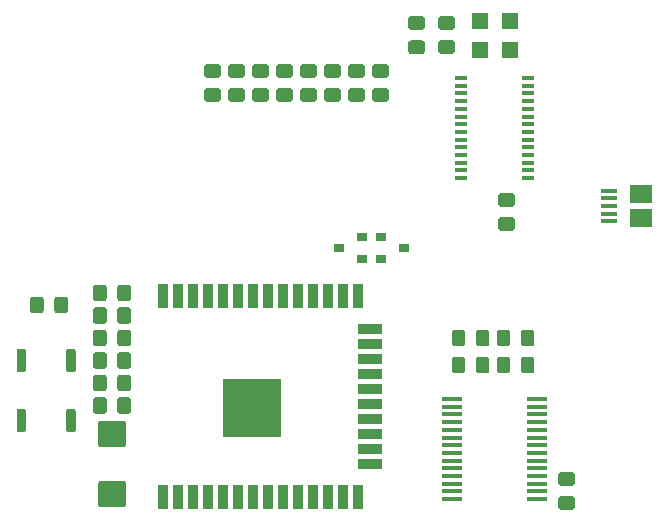
<source format=gbr>
G04 #@! TF.GenerationSoftware,KiCad,Pcbnew,5.1.5+dfsg1-2build2*
G04 #@! TF.CreationDate,2020-08-12T21:27:30+10:00*
G04 #@! TF.ProjectId,sid-board-v3_blocklayout,7369642d-626f-4617-9264-2d76335f626c,rev?*
G04 #@! TF.SameCoordinates,Original*
G04 #@! TF.FileFunction,Paste,Top*
G04 #@! TF.FilePolarity,Positive*
%FSLAX46Y46*%
G04 Gerber Fmt 4.6, Leading zero omitted, Abs format (unit mm)*
G04 Created by KiCad (PCBNEW 5.1.5+dfsg1-2build2) date 2020-08-12 21:27:30*
%MOMM*%
%LPD*%
G04 APERTURE LIST*
%ADD10C,0.100000*%
%ADD11R,1.900000X1.500000*%
%ADD12R,1.350000X0.400000*%
%ADD13R,0.900000X0.800000*%
%ADD14R,1.400000X1.400000*%
%ADD15R,0.900000X2.000000*%
%ADD16R,2.000000X0.900000*%
%ADD17R,5.000000X5.000000*%
%ADD18R,1.100000X0.400000*%
%ADD19R,1.750000X0.450000*%
G04 APERTURE END LIST*
D10*
G36*
X125943505Y-103695204D02*
G01*
X125967773Y-103698804D01*
X125991572Y-103704765D01*
X126014671Y-103713030D01*
X126036850Y-103723520D01*
X126057893Y-103736132D01*
X126077599Y-103750747D01*
X126095777Y-103767223D01*
X126112253Y-103785401D01*
X126126868Y-103805107D01*
X126139480Y-103826150D01*
X126149970Y-103848329D01*
X126158235Y-103871428D01*
X126164196Y-103895227D01*
X126167796Y-103919495D01*
X126169000Y-103943999D01*
X126169000Y-104844001D01*
X126167796Y-104868505D01*
X126164196Y-104892773D01*
X126158235Y-104916572D01*
X126149970Y-104939671D01*
X126139480Y-104961850D01*
X126126868Y-104982893D01*
X126112253Y-105002599D01*
X126095777Y-105020777D01*
X126077599Y-105037253D01*
X126057893Y-105051868D01*
X126036850Y-105064480D01*
X126014671Y-105074970D01*
X125991572Y-105083235D01*
X125967773Y-105089196D01*
X125943505Y-105092796D01*
X125919001Y-105094000D01*
X125268999Y-105094000D01*
X125244495Y-105092796D01*
X125220227Y-105089196D01*
X125196428Y-105083235D01*
X125173329Y-105074970D01*
X125151150Y-105064480D01*
X125130107Y-105051868D01*
X125110401Y-105037253D01*
X125092223Y-105020777D01*
X125075747Y-105002599D01*
X125061132Y-104982893D01*
X125048520Y-104961850D01*
X125038030Y-104939671D01*
X125029765Y-104916572D01*
X125023804Y-104892773D01*
X125020204Y-104868505D01*
X125019000Y-104844001D01*
X125019000Y-103943999D01*
X125020204Y-103919495D01*
X125023804Y-103895227D01*
X125029765Y-103871428D01*
X125038030Y-103848329D01*
X125048520Y-103826150D01*
X125061132Y-103805107D01*
X125075747Y-103785401D01*
X125092223Y-103767223D01*
X125110401Y-103750747D01*
X125130107Y-103736132D01*
X125151150Y-103723520D01*
X125173329Y-103713030D01*
X125196428Y-103704765D01*
X125220227Y-103698804D01*
X125244495Y-103695204D01*
X125268999Y-103694000D01*
X125919001Y-103694000D01*
X125943505Y-103695204D01*
G37*
G36*
X127993505Y-103695204D02*
G01*
X128017773Y-103698804D01*
X128041572Y-103704765D01*
X128064671Y-103713030D01*
X128086850Y-103723520D01*
X128107893Y-103736132D01*
X128127599Y-103750747D01*
X128145777Y-103767223D01*
X128162253Y-103785401D01*
X128176868Y-103805107D01*
X128189480Y-103826150D01*
X128199970Y-103848329D01*
X128208235Y-103871428D01*
X128214196Y-103895227D01*
X128217796Y-103919495D01*
X128219000Y-103943999D01*
X128219000Y-104844001D01*
X128217796Y-104868505D01*
X128214196Y-104892773D01*
X128208235Y-104916572D01*
X128199970Y-104939671D01*
X128189480Y-104961850D01*
X128176868Y-104982893D01*
X128162253Y-105002599D01*
X128145777Y-105020777D01*
X128127599Y-105037253D01*
X128107893Y-105051868D01*
X128086850Y-105064480D01*
X128064671Y-105074970D01*
X128041572Y-105083235D01*
X128017773Y-105089196D01*
X127993505Y-105092796D01*
X127969001Y-105094000D01*
X127318999Y-105094000D01*
X127294495Y-105092796D01*
X127270227Y-105089196D01*
X127246428Y-105083235D01*
X127223329Y-105074970D01*
X127201150Y-105064480D01*
X127180107Y-105051868D01*
X127160401Y-105037253D01*
X127142223Y-105020777D01*
X127125747Y-105002599D01*
X127111132Y-104982893D01*
X127098520Y-104961850D01*
X127088030Y-104939671D01*
X127079765Y-104916572D01*
X127073804Y-104892773D01*
X127070204Y-104868505D01*
X127069000Y-104844001D01*
X127069000Y-103943999D01*
X127070204Y-103919495D01*
X127073804Y-103895227D01*
X127079765Y-103871428D01*
X127088030Y-103848329D01*
X127098520Y-103826150D01*
X127111132Y-103805107D01*
X127125747Y-103785401D01*
X127142223Y-103767223D01*
X127160401Y-103750747D01*
X127180107Y-103736132D01*
X127201150Y-103723520D01*
X127223329Y-103713030D01*
X127246428Y-103704765D01*
X127270227Y-103698804D01*
X127294495Y-103695204D01*
X127318999Y-103694000D01*
X127969001Y-103694000D01*
X127993505Y-103695204D01*
G37*
G36*
X155414505Y-79191204D02*
G01*
X155438773Y-79194804D01*
X155462572Y-79200765D01*
X155485671Y-79209030D01*
X155507850Y-79219520D01*
X155528893Y-79232132D01*
X155548599Y-79246747D01*
X155566777Y-79263223D01*
X155583253Y-79281401D01*
X155597868Y-79301107D01*
X155610480Y-79322150D01*
X155620970Y-79344329D01*
X155629235Y-79367428D01*
X155635196Y-79391227D01*
X155638796Y-79415495D01*
X155640000Y-79439999D01*
X155640000Y-80090001D01*
X155638796Y-80114505D01*
X155635196Y-80138773D01*
X155629235Y-80162572D01*
X155620970Y-80185671D01*
X155610480Y-80207850D01*
X155597868Y-80228893D01*
X155583253Y-80248599D01*
X155566777Y-80266777D01*
X155548599Y-80283253D01*
X155528893Y-80297868D01*
X155507850Y-80310480D01*
X155485671Y-80320970D01*
X155462572Y-80329235D01*
X155438773Y-80335196D01*
X155414505Y-80338796D01*
X155390001Y-80340000D01*
X154489999Y-80340000D01*
X154465495Y-80338796D01*
X154441227Y-80335196D01*
X154417428Y-80329235D01*
X154394329Y-80320970D01*
X154372150Y-80310480D01*
X154351107Y-80297868D01*
X154331401Y-80283253D01*
X154313223Y-80266777D01*
X154296747Y-80248599D01*
X154282132Y-80228893D01*
X154269520Y-80207850D01*
X154259030Y-80185671D01*
X154250765Y-80162572D01*
X154244804Y-80138773D01*
X154241204Y-80114505D01*
X154240000Y-80090001D01*
X154240000Y-79439999D01*
X154241204Y-79415495D01*
X154244804Y-79391227D01*
X154250765Y-79367428D01*
X154259030Y-79344329D01*
X154269520Y-79322150D01*
X154282132Y-79301107D01*
X154296747Y-79281401D01*
X154313223Y-79263223D01*
X154331401Y-79246747D01*
X154351107Y-79232132D01*
X154372150Y-79219520D01*
X154394329Y-79209030D01*
X154417428Y-79200765D01*
X154441227Y-79194804D01*
X154465495Y-79191204D01*
X154489999Y-79190000D01*
X155390001Y-79190000D01*
X155414505Y-79191204D01*
G37*
G36*
X155414505Y-77141204D02*
G01*
X155438773Y-77144804D01*
X155462572Y-77150765D01*
X155485671Y-77159030D01*
X155507850Y-77169520D01*
X155528893Y-77182132D01*
X155548599Y-77196747D01*
X155566777Y-77213223D01*
X155583253Y-77231401D01*
X155597868Y-77251107D01*
X155610480Y-77272150D01*
X155620970Y-77294329D01*
X155629235Y-77317428D01*
X155635196Y-77341227D01*
X155638796Y-77365495D01*
X155640000Y-77389999D01*
X155640000Y-78040001D01*
X155638796Y-78064505D01*
X155635196Y-78088773D01*
X155629235Y-78112572D01*
X155620970Y-78135671D01*
X155610480Y-78157850D01*
X155597868Y-78178893D01*
X155583253Y-78198599D01*
X155566777Y-78216777D01*
X155548599Y-78233253D01*
X155528893Y-78247868D01*
X155507850Y-78260480D01*
X155485671Y-78270970D01*
X155462572Y-78279235D01*
X155438773Y-78285196D01*
X155414505Y-78288796D01*
X155390001Y-78290000D01*
X154489999Y-78290000D01*
X154465495Y-78288796D01*
X154441227Y-78285196D01*
X154417428Y-78279235D01*
X154394329Y-78270970D01*
X154372150Y-78260480D01*
X154351107Y-78247868D01*
X154331401Y-78233253D01*
X154313223Y-78216777D01*
X154296747Y-78198599D01*
X154282132Y-78178893D01*
X154269520Y-78157850D01*
X154259030Y-78135671D01*
X154250765Y-78112572D01*
X154244804Y-78088773D01*
X154241204Y-78064505D01*
X154240000Y-78040001D01*
X154240000Y-77389999D01*
X154241204Y-77365495D01*
X154244804Y-77341227D01*
X154250765Y-77317428D01*
X154259030Y-77294329D01*
X154269520Y-77272150D01*
X154282132Y-77251107D01*
X154296747Y-77231401D01*
X154313223Y-77213223D01*
X154331401Y-77196747D01*
X154351107Y-77182132D01*
X154372150Y-77169520D01*
X154394329Y-77159030D01*
X154417428Y-77150765D01*
X154441227Y-77144804D01*
X154465495Y-77141204D01*
X154489999Y-77140000D01*
X155390001Y-77140000D01*
X155414505Y-77141204D01*
G37*
G36*
X127993505Y-99885204D02*
G01*
X128017773Y-99888804D01*
X128041572Y-99894765D01*
X128064671Y-99903030D01*
X128086850Y-99913520D01*
X128107893Y-99926132D01*
X128127599Y-99940747D01*
X128145777Y-99957223D01*
X128162253Y-99975401D01*
X128176868Y-99995107D01*
X128189480Y-100016150D01*
X128199970Y-100038329D01*
X128208235Y-100061428D01*
X128214196Y-100085227D01*
X128217796Y-100109495D01*
X128219000Y-100133999D01*
X128219000Y-101034001D01*
X128217796Y-101058505D01*
X128214196Y-101082773D01*
X128208235Y-101106572D01*
X128199970Y-101129671D01*
X128189480Y-101151850D01*
X128176868Y-101172893D01*
X128162253Y-101192599D01*
X128145777Y-101210777D01*
X128127599Y-101227253D01*
X128107893Y-101241868D01*
X128086850Y-101254480D01*
X128064671Y-101264970D01*
X128041572Y-101273235D01*
X128017773Y-101279196D01*
X127993505Y-101282796D01*
X127969001Y-101284000D01*
X127318999Y-101284000D01*
X127294495Y-101282796D01*
X127270227Y-101279196D01*
X127246428Y-101273235D01*
X127223329Y-101264970D01*
X127201150Y-101254480D01*
X127180107Y-101241868D01*
X127160401Y-101227253D01*
X127142223Y-101210777D01*
X127125747Y-101192599D01*
X127111132Y-101172893D01*
X127098520Y-101151850D01*
X127088030Y-101129671D01*
X127079765Y-101106572D01*
X127073804Y-101082773D01*
X127070204Y-101058505D01*
X127069000Y-101034001D01*
X127069000Y-100133999D01*
X127070204Y-100109495D01*
X127073804Y-100085227D01*
X127079765Y-100061428D01*
X127088030Y-100038329D01*
X127098520Y-100016150D01*
X127111132Y-99995107D01*
X127125747Y-99975401D01*
X127142223Y-99957223D01*
X127160401Y-99940747D01*
X127180107Y-99926132D01*
X127201150Y-99913520D01*
X127223329Y-99903030D01*
X127246428Y-99894765D01*
X127270227Y-99888804D01*
X127294495Y-99885204D01*
X127318999Y-99884000D01*
X127969001Y-99884000D01*
X127993505Y-99885204D01*
G37*
G36*
X125943505Y-99885204D02*
G01*
X125967773Y-99888804D01*
X125991572Y-99894765D01*
X126014671Y-99903030D01*
X126036850Y-99913520D01*
X126057893Y-99926132D01*
X126077599Y-99940747D01*
X126095777Y-99957223D01*
X126112253Y-99975401D01*
X126126868Y-99995107D01*
X126139480Y-100016150D01*
X126149970Y-100038329D01*
X126158235Y-100061428D01*
X126164196Y-100085227D01*
X126167796Y-100109495D01*
X126169000Y-100133999D01*
X126169000Y-101034001D01*
X126167796Y-101058505D01*
X126164196Y-101082773D01*
X126158235Y-101106572D01*
X126149970Y-101129671D01*
X126139480Y-101151850D01*
X126126868Y-101172893D01*
X126112253Y-101192599D01*
X126095777Y-101210777D01*
X126077599Y-101227253D01*
X126057893Y-101241868D01*
X126036850Y-101254480D01*
X126014671Y-101264970D01*
X125991572Y-101273235D01*
X125967773Y-101279196D01*
X125943505Y-101282796D01*
X125919001Y-101284000D01*
X125268999Y-101284000D01*
X125244495Y-101282796D01*
X125220227Y-101279196D01*
X125196428Y-101273235D01*
X125173329Y-101264970D01*
X125151150Y-101254480D01*
X125130107Y-101241868D01*
X125110401Y-101227253D01*
X125092223Y-101210777D01*
X125075747Y-101192599D01*
X125061132Y-101172893D01*
X125048520Y-101151850D01*
X125038030Y-101129671D01*
X125029765Y-101106572D01*
X125023804Y-101082773D01*
X125020204Y-101058505D01*
X125019000Y-101034001D01*
X125019000Y-100133999D01*
X125020204Y-100109495D01*
X125023804Y-100085227D01*
X125029765Y-100061428D01*
X125038030Y-100038329D01*
X125048520Y-100016150D01*
X125061132Y-99995107D01*
X125075747Y-99975401D01*
X125092223Y-99957223D01*
X125110401Y-99940747D01*
X125130107Y-99926132D01*
X125151150Y-99913520D01*
X125173329Y-99903030D01*
X125196428Y-99894765D01*
X125220227Y-99888804D01*
X125244495Y-99885204D01*
X125268999Y-99884000D01*
X125919001Y-99884000D01*
X125943505Y-99885204D01*
G37*
G36*
X149826505Y-83255204D02*
G01*
X149850773Y-83258804D01*
X149874572Y-83264765D01*
X149897671Y-83273030D01*
X149919850Y-83283520D01*
X149940893Y-83296132D01*
X149960599Y-83310747D01*
X149978777Y-83327223D01*
X149995253Y-83345401D01*
X150009868Y-83365107D01*
X150022480Y-83386150D01*
X150032970Y-83408329D01*
X150041235Y-83431428D01*
X150047196Y-83455227D01*
X150050796Y-83479495D01*
X150052000Y-83503999D01*
X150052000Y-84154001D01*
X150050796Y-84178505D01*
X150047196Y-84202773D01*
X150041235Y-84226572D01*
X150032970Y-84249671D01*
X150022480Y-84271850D01*
X150009868Y-84292893D01*
X149995253Y-84312599D01*
X149978777Y-84330777D01*
X149960599Y-84347253D01*
X149940893Y-84361868D01*
X149919850Y-84374480D01*
X149897671Y-84384970D01*
X149874572Y-84393235D01*
X149850773Y-84399196D01*
X149826505Y-84402796D01*
X149802001Y-84404000D01*
X148901999Y-84404000D01*
X148877495Y-84402796D01*
X148853227Y-84399196D01*
X148829428Y-84393235D01*
X148806329Y-84384970D01*
X148784150Y-84374480D01*
X148763107Y-84361868D01*
X148743401Y-84347253D01*
X148725223Y-84330777D01*
X148708747Y-84312599D01*
X148694132Y-84292893D01*
X148681520Y-84271850D01*
X148671030Y-84249671D01*
X148662765Y-84226572D01*
X148656804Y-84202773D01*
X148653204Y-84178505D01*
X148652000Y-84154001D01*
X148652000Y-83503999D01*
X148653204Y-83479495D01*
X148656804Y-83455227D01*
X148662765Y-83431428D01*
X148671030Y-83408329D01*
X148681520Y-83386150D01*
X148694132Y-83365107D01*
X148708747Y-83345401D01*
X148725223Y-83327223D01*
X148743401Y-83310747D01*
X148763107Y-83296132D01*
X148784150Y-83283520D01*
X148806329Y-83273030D01*
X148829428Y-83264765D01*
X148853227Y-83258804D01*
X148877495Y-83255204D01*
X148901999Y-83254000D01*
X149802001Y-83254000D01*
X149826505Y-83255204D01*
G37*
G36*
X149826505Y-81205204D02*
G01*
X149850773Y-81208804D01*
X149874572Y-81214765D01*
X149897671Y-81223030D01*
X149919850Y-81233520D01*
X149940893Y-81246132D01*
X149960599Y-81260747D01*
X149978777Y-81277223D01*
X149995253Y-81295401D01*
X150009868Y-81315107D01*
X150022480Y-81336150D01*
X150032970Y-81358329D01*
X150041235Y-81381428D01*
X150047196Y-81405227D01*
X150050796Y-81429495D01*
X150052000Y-81453999D01*
X150052000Y-82104001D01*
X150050796Y-82128505D01*
X150047196Y-82152773D01*
X150041235Y-82176572D01*
X150032970Y-82199671D01*
X150022480Y-82221850D01*
X150009868Y-82242893D01*
X149995253Y-82262599D01*
X149978777Y-82280777D01*
X149960599Y-82297253D01*
X149940893Y-82311868D01*
X149919850Y-82324480D01*
X149897671Y-82334970D01*
X149874572Y-82343235D01*
X149850773Y-82349196D01*
X149826505Y-82352796D01*
X149802001Y-82354000D01*
X148901999Y-82354000D01*
X148877495Y-82352796D01*
X148853227Y-82349196D01*
X148829428Y-82343235D01*
X148806329Y-82334970D01*
X148784150Y-82324480D01*
X148763107Y-82311868D01*
X148743401Y-82297253D01*
X148725223Y-82280777D01*
X148708747Y-82262599D01*
X148694132Y-82242893D01*
X148681520Y-82221850D01*
X148671030Y-82199671D01*
X148662765Y-82176572D01*
X148656804Y-82152773D01*
X148653204Y-82128505D01*
X148652000Y-82104001D01*
X148652000Y-81453999D01*
X148653204Y-81429495D01*
X148656804Y-81405227D01*
X148662765Y-81381428D01*
X148671030Y-81358329D01*
X148681520Y-81336150D01*
X148694132Y-81315107D01*
X148708747Y-81295401D01*
X148725223Y-81277223D01*
X148743401Y-81260747D01*
X148763107Y-81246132D01*
X148784150Y-81233520D01*
X148806329Y-81223030D01*
X148829428Y-81214765D01*
X148853227Y-81208804D01*
X148877495Y-81205204D01*
X148901999Y-81204000D01*
X149802001Y-81204000D01*
X149826505Y-81205204D01*
G37*
G36*
X120609505Y-100901204D02*
G01*
X120633773Y-100904804D01*
X120657572Y-100910765D01*
X120680671Y-100919030D01*
X120702850Y-100929520D01*
X120723893Y-100942132D01*
X120743599Y-100956747D01*
X120761777Y-100973223D01*
X120778253Y-100991401D01*
X120792868Y-101011107D01*
X120805480Y-101032150D01*
X120815970Y-101054329D01*
X120824235Y-101077428D01*
X120830196Y-101101227D01*
X120833796Y-101125495D01*
X120835000Y-101149999D01*
X120835000Y-102050001D01*
X120833796Y-102074505D01*
X120830196Y-102098773D01*
X120824235Y-102122572D01*
X120815970Y-102145671D01*
X120805480Y-102167850D01*
X120792868Y-102188893D01*
X120778253Y-102208599D01*
X120761777Y-102226777D01*
X120743599Y-102243253D01*
X120723893Y-102257868D01*
X120702850Y-102270480D01*
X120680671Y-102280970D01*
X120657572Y-102289235D01*
X120633773Y-102295196D01*
X120609505Y-102298796D01*
X120585001Y-102300000D01*
X119934999Y-102300000D01*
X119910495Y-102298796D01*
X119886227Y-102295196D01*
X119862428Y-102289235D01*
X119839329Y-102280970D01*
X119817150Y-102270480D01*
X119796107Y-102257868D01*
X119776401Y-102243253D01*
X119758223Y-102226777D01*
X119741747Y-102208599D01*
X119727132Y-102188893D01*
X119714520Y-102167850D01*
X119704030Y-102145671D01*
X119695765Y-102122572D01*
X119689804Y-102098773D01*
X119686204Y-102074505D01*
X119685000Y-102050001D01*
X119685000Y-101149999D01*
X119686204Y-101125495D01*
X119689804Y-101101227D01*
X119695765Y-101077428D01*
X119704030Y-101054329D01*
X119714520Y-101032150D01*
X119727132Y-101011107D01*
X119741747Y-100991401D01*
X119758223Y-100973223D01*
X119776401Y-100956747D01*
X119796107Y-100942132D01*
X119817150Y-100929520D01*
X119839329Y-100919030D01*
X119862428Y-100910765D01*
X119886227Y-100904804D01*
X119910495Y-100901204D01*
X119934999Y-100900000D01*
X120585001Y-100900000D01*
X120609505Y-100901204D01*
G37*
G36*
X122659505Y-100901204D02*
G01*
X122683773Y-100904804D01*
X122707572Y-100910765D01*
X122730671Y-100919030D01*
X122752850Y-100929520D01*
X122773893Y-100942132D01*
X122793599Y-100956747D01*
X122811777Y-100973223D01*
X122828253Y-100991401D01*
X122842868Y-101011107D01*
X122855480Y-101032150D01*
X122865970Y-101054329D01*
X122874235Y-101077428D01*
X122880196Y-101101227D01*
X122883796Y-101125495D01*
X122885000Y-101149999D01*
X122885000Y-102050001D01*
X122883796Y-102074505D01*
X122880196Y-102098773D01*
X122874235Y-102122572D01*
X122865970Y-102145671D01*
X122855480Y-102167850D01*
X122842868Y-102188893D01*
X122828253Y-102208599D01*
X122811777Y-102226777D01*
X122793599Y-102243253D01*
X122773893Y-102257868D01*
X122752850Y-102270480D01*
X122730671Y-102280970D01*
X122707572Y-102289235D01*
X122683773Y-102295196D01*
X122659505Y-102298796D01*
X122635001Y-102300000D01*
X121984999Y-102300000D01*
X121960495Y-102298796D01*
X121936227Y-102295196D01*
X121912428Y-102289235D01*
X121889329Y-102280970D01*
X121867150Y-102270480D01*
X121846107Y-102257868D01*
X121826401Y-102243253D01*
X121808223Y-102226777D01*
X121791747Y-102208599D01*
X121777132Y-102188893D01*
X121764520Y-102167850D01*
X121754030Y-102145671D01*
X121745765Y-102122572D01*
X121739804Y-102098773D01*
X121736204Y-102074505D01*
X121735000Y-102050001D01*
X121735000Y-101149999D01*
X121736204Y-101125495D01*
X121739804Y-101101227D01*
X121745765Y-101077428D01*
X121754030Y-101054329D01*
X121764520Y-101032150D01*
X121777132Y-101011107D01*
X121791747Y-100991401D01*
X121808223Y-100973223D01*
X121826401Y-100956747D01*
X121846107Y-100942132D01*
X121867150Y-100929520D01*
X121889329Y-100919030D01*
X121912428Y-100910765D01*
X121936227Y-100904804D01*
X121960495Y-100901204D01*
X121984999Y-100900000D01*
X122635001Y-100900000D01*
X122659505Y-100901204D01*
G37*
G36*
X135602505Y-83255204D02*
G01*
X135626773Y-83258804D01*
X135650572Y-83264765D01*
X135673671Y-83273030D01*
X135695850Y-83283520D01*
X135716893Y-83296132D01*
X135736599Y-83310747D01*
X135754777Y-83327223D01*
X135771253Y-83345401D01*
X135785868Y-83365107D01*
X135798480Y-83386150D01*
X135808970Y-83408329D01*
X135817235Y-83431428D01*
X135823196Y-83455227D01*
X135826796Y-83479495D01*
X135828000Y-83503999D01*
X135828000Y-84154001D01*
X135826796Y-84178505D01*
X135823196Y-84202773D01*
X135817235Y-84226572D01*
X135808970Y-84249671D01*
X135798480Y-84271850D01*
X135785868Y-84292893D01*
X135771253Y-84312599D01*
X135754777Y-84330777D01*
X135736599Y-84347253D01*
X135716893Y-84361868D01*
X135695850Y-84374480D01*
X135673671Y-84384970D01*
X135650572Y-84393235D01*
X135626773Y-84399196D01*
X135602505Y-84402796D01*
X135578001Y-84404000D01*
X134677999Y-84404000D01*
X134653495Y-84402796D01*
X134629227Y-84399196D01*
X134605428Y-84393235D01*
X134582329Y-84384970D01*
X134560150Y-84374480D01*
X134539107Y-84361868D01*
X134519401Y-84347253D01*
X134501223Y-84330777D01*
X134484747Y-84312599D01*
X134470132Y-84292893D01*
X134457520Y-84271850D01*
X134447030Y-84249671D01*
X134438765Y-84226572D01*
X134432804Y-84202773D01*
X134429204Y-84178505D01*
X134428000Y-84154001D01*
X134428000Y-83503999D01*
X134429204Y-83479495D01*
X134432804Y-83455227D01*
X134438765Y-83431428D01*
X134447030Y-83408329D01*
X134457520Y-83386150D01*
X134470132Y-83365107D01*
X134484747Y-83345401D01*
X134501223Y-83327223D01*
X134519401Y-83310747D01*
X134539107Y-83296132D01*
X134560150Y-83283520D01*
X134582329Y-83273030D01*
X134605428Y-83264765D01*
X134629227Y-83258804D01*
X134653495Y-83255204D01*
X134677999Y-83254000D01*
X135578001Y-83254000D01*
X135602505Y-83255204D01*
G37*
G36*
X135602505Y-81205204D02*
G01*
X135626773Y-81208804D01*
X135650572Y-81214765D01*
X135673671Y-81223030D01*
X135695850Y-81233520D01*
X135716893Y-81246132D01*
X135736599Y-81260747D01*
X135754777Y-81277223D01*
X135771253Y-81295401D01*
X135785868Y-81315107D01*
X135798480Y-81336150D01*
X135808970Y-81358329D01*
X135817235Y-81381428D01*
X135823196Y-81405227D01*
X135826796Y-81429495D01*
X135828000Y-81453999D01*
X135828000Y-82104001D01*
X135826796Y-82128505D01*
X135823196Y-82152773D01*
X135817235Y-82176572D01*
X135808970Y-82199671D01*
X135798480Y-82221850D01*
X135785868Y-82242893D01*
X135771253Y-82262599D01*
X135754777Y-82280777D01*
X135736599Y-82297253D01*
X135716893Y-82311868D01*
X135695850Y-82324480D01*
X135673671Y-82334970D01*
X135650572Y-82343235D01*
X135626773Y-82349196D01*
X135602505Y-82352796D01*
X135578001Y-82354000D01*
X134677999Y-82354000D01*
X134653495Y-82352796D01*
X134629227Y-82349196D01*
X134605428Y-82343235D01*
X134582329Y-82334970D01*
X134560150Y-82324480D01*
X134539107Y-82311868D01*
X134519401Y-82297253D01*
X134501223Y-82280777D01*
X134484747Y-82262599D01*
X134470132Y-82242893D01*
X134457520Y-82221850D01*
X134447030Y-82199671D01*
X134438765Y-82176572D01*
X134432804Y-82152773D01*
X134429204Y-82128505D01*
X134428000Y-82104001D01*
X134428000Y-81453999D01*
X134429204Y-81429495D01*
X134432804Y-81405227D01*
X134438765Y-81381428D01*
X134447030Y-81358329D01*
X134457520Y-81336150D01*
X134470132Y-81315107D01*
X134484747Y-81295401D01*
X134501223Y-81277223D01*
X134519401Y-81260747D01*
X134539107Y-81246132D01*
X134560150Y-81233520D01*
X134582329Y-81223030D01*
X134605428Y-81214765D01*
X134629227Y-81208804D01*
X134653495Y-81205204D01*
X134677999Y-81204000D01*
X135578001Y-81204000D01*
X135602505Y-81205204D01*
G37*
D11*
X171417500Y-94218000D03*
D12*
X168717500Y-93218000D03*
X168717500Y-92568000D03*
X168717500Y-91918000D03*
X168717500Y-94518000D03*
X168717500Y-93868000D03*
D11*
X171417500Y-92218000D03*
D10*
G36*
X137634505Y-81205204D02*
G01*
X137658773Y-81208804D01*
X137682572Y-81214765D01*
X137705671Y-81223030D01*
X137727850Y-81233520D01*
X137748893Y-81246132D01*
X137768599Y-81260747D01*
X137786777Y-81277223D01*
X137803253Y-81295401D01*
X137817868Y-81315107D01*
X137830480Y-81336150D01*
X137840970Y-81358329D01*
X137849235Y-81381428D01*
X137855196Y-81405227D01*
X137858796Y-81429495D01*
X137860000Y-81453999D01*
X137860000Y-82104001D01*
X137858796Y-82128505D01*
X137855196Y-82152773D01*
X137849235Y-82176572D01*
X137840970Y-82199671D01*
X137830480Y-82221850D01*
X137817868Y-82242893D01*
X137803253Y-82262599D01*
X137786777Y-82280777D01*
X137768599Y-82297253D01*
X137748893Y-82311868D01*
X137727850Y-82324480D01*
X137705671Y-82334970D01*
X137682572Y-82343235D01*
X137658773Y-82349196D01*
X137634505Y-82352796D01*
X137610001Y-82354000D01*
X136709999Y-82354000D01*
X136685495Y-82352796D01*
X136661227Y-82349196D01*
X136637428Y-82343235D01*
X136614329Y-82334970D01*
X136592150Y-82324480D01*
X136571107Y-82311868D01*
X136551401Y-82297253D01*
X136533223Y-82280777D01*
X136516747Y-82262599D01*
X136502132Y-82242893D01*
X136489520Y-82221850D01*
X136479030Y-82199671D01*
X136470765Y-82176572D01*
X136464804Y-82152773D01*
X136461204Y-82128505D01*
X136460000Y-82104001D01*
X136460000Y-81453999D01*
X136461204Y-81429495D01*
X136464804Y-81405227D01*
X136470765Y-81381428D01*
X136479030Y-81358329D01*
X136489520Y-81336150D01*
X136502132Y-81315107D01*
X136516747Y-81295401D01*
X136533223Y-81277223D01*
X136551401Y-81260747D01*
X136571107Y-81246132D01*
X136592150Y-81233520D01*
X136614329Y-81223030D01*
X136637428Y-81214765D01*
X136661227Y-81208804D01*
X136685495Y-81205204D01*
X136709999Y-81204000D01*
X137610001Y-81204000D01*
X137634505Y-81205204D01*
G37*
G36*
X137634505Y-83255204D02*
G01*
X137658773Y-83258804D01*
X137682572Y-83264765D01*
X137705671Y-83273030D01*
X137727850Y-83283520D01*
X137748893Y-83296132D01*
X137768599Y-83310747D01*
X137786777Y-83327223D01*
X137803253Y-83345401D01*
X137817868Y-83365107D01*
X137830480Y-83386150D01*
X137840970Y-83408329D01*
X137849235Y-83431428D01*
X137855196Y-83455227D01*
X137858796Y-83479495D01*
X137860000Y-83503999D01*
X137860000Y-84154001D01*
X137858796Y-84178505D01*
X137855196Y-84202773D01*
X137849235Y-84226572D01*
X137840970Y-84249671D01*
X137830480Y-84271850D01*
X137817868Y-84292893D01*
X137803253Y-84312599D01*
X137786777Y-84330777D01*
X137768599Y-84347253D01*
X137748893Y-84361868D01*
X137727850Y-84374480D01*
X137705671Y-84384970D01*
X137682572Y-84393235D01*
X137658773Y-84399196D01*
X137634505Y-84402796D01*
X137610001Y-84404000D01*
X136709999Y-84404000D01*
X136685495Y-84402796D01*
X136661227Y-84399196D01*
X136637428Y-84393235D01*
X136614329Y-84384970D01*
X136592150Y-84374480D01*
X136571107Y-84361868D01*
X136551401Y-84347253D01*
X136533223Y-84330777D01*
X136516747Y-84312599D01*
X136502132Y-84292893D01*
X136489520Y-84271850D01*
X136479030Y-84249671D01*
X136470765Y-84226572D01*
X136464804Y-84202773D01*
X136461204Y-84178505D01*
X136460000Y-84154001D01*
X136460000Y-83503999D01*
X136461204Y-83479495D01*
X136464804Y-83455227D01*
X136470765Y-83431428D01*
X136479030Y-83408329D01*
X136489520Y-83386150D01*
X136502132Y-83365107D01*
X136516747Y-83345401D01*
X136533223Y-83327223D01*
X136551401Y-83310747D01*
X136571107Y-83296132D01*
X136592150Y-83283520D01*
X136614329Y-83273030D01*
X136637428Y-83264765D01*
X136661227Y-83258804D01*
X136685495Y-83255204D01*
X136709999Y-83254000D01*
X137610001Y-83254000D01*
X137634505Y-83255204D01*
G37*
D13*
X151368000Y-96774000D03*
X149368000Y-97724000D03*
X149368000Y-95824000D03*
X147812000Y-97724000D03*
X147812000Y-95824000D03*
X145812000Y-96774000D03*
D10*
G36*
X127993505Y-107505204D02*
G01*
X128017773Y-107508804D01*
X128041572Y-107514765D01*
X128064671Y-107523030D01*
X128086850Y-107533520D01*
X128107893Y-107546132D01*
X128127599Y-107560747D01*
X128145777Y-107577223D01*
X128162253Y-107595401D01*
X128176868Y-107615107D01*
X128189480Y-107636150D01*
X128199970Y-107658329D01*
X128208235Y-107681428D01*
X128214196Y-107705227D01*
X128217796Y-107729495D01*
X128219000Y-107753999D01*
X128219000Y-108654001D01*
X128217796Y-108678505D01*
X128214196Y-108702773D01*
X128208235Y-108726572D01*
X128199970Y-108749671D01*
X128189480Y-108771850D01*
X128176868Y-108792893D01*
X128162253Y-108812599D01*
X128145777Y-108830777D01*
X128127599Y-108847253D01*
X128107893Y-108861868D01*
X128086850Y-108874480D01*
X128064671Y-108884970D01*
X128041572Y-108893235D01*
X128017773Y-108899196D01*
X127993505Y-108902796D01*
X127969001Y-108904000D01*
X127318999Y-108904000D01*
X127294495Y-108902796D01*
X127270227Y-108899196D01*
X127246428Y-108893235D01*
X127223329Y-108884970D01*
X127201150Y-108874480D01*
X127180107Y-108861868D01*
X127160401Y-108847253D01*
X127142223Y-108830777D01*
X127125747Y-108812599D01*
X127111132Y-108792893D01*
X127098520Y-108771850D01*
X127088030Y-108749671D01*
X127079765Y-108726572D01*
X127073804Y-108702773D01*
X127070204Y-108678505D01*
X127069000Y-108654001D01*
X127069000Y-107753999D01*
X127070204Y-107729495D01*
X127073804Y-107705227D01*
X127079765Y-107681428D01*
X127088030Y-107658329D01*
X127098520Y-107636150D01*
X127111132Y-107615107D01*
X127125747Y-107595401D01*
X127142223Y-107577223D01*
X127160401Y-107560747D01*
X127180107Y-107546132D01*
X127201150Y-107533520D01*
X127223329Y-107523030D01*
X127246428Y-107514765D01*
X127270227Y-107508804D01*
X127294495Y-107505204D01*
X127318999Y-107504000D01*
X127969001Y-107504000D01*
X127993505Y-107505204D01*
G37*
G36*
X125943505Y-107505204D02*
G01*
X125967773Y-107508804D01*
X125991572Y-107514765D01*
X126014671Y-107523030D01*
X126036850Y-107533520D01*
X126057893Y-107546132D01*
X126077599Y-107560747D01*
X126095777Y-107577223D01*
X126112253Y-107595401D01*
X126126868Y-107615107D01*
X126139480Y-107636150D01*
X126149970Y-107658329D01*
X126158235Y-107681428D01*
X126164196Y-107705227D01*
X126167796Y-107729495D01*
X126169000Y-107753999D01*
X126169000Y-108654001D01*
X126167796Y-108678505D01*
X126164196Y-108702773D01*
X126158235Y-108726572D01*
X126149970Y-108749671D01*
X126139480Y-108771850D01*
X126126868Y-108792893D01*
X126112253Y-108812599D01*
X126095777Y-108830777D01*
X126077599Y-108847253D01*
X126057893Y-108861868D01*
X126036850Y-108874480D01*
X126014671Y-108884970D01*
X125991572Y-108893235D01*
X125967773Y-108899196D01*
X125943505Y-108902796D01*
X125919001Y-108904000D01*
X125268999Y-108904000D01*
X125244495Y-108902796D01*
X125220227Y-108899196D01*
X125196428Y-108893235D01*
X125173329Y-108884970D01*
X125151150Y-108874480D01*
X125130107Y-108861868D01*
X125110401Y-108847253D01*
X125092223Y-108830777D01*
X125075747Y-108812599D01*
X125061132Y-108792893D01*
X125048520Y-108771850D01*
X125038030Y-108749671D01*
X125029765Y-108726572D01*
X125023804Y-108702773D01*
X125020204Y-108678505D01*
X125019000Y-108654001D01*
X125019000Y-107753999D01*
X125020204Y-107729495D01*
X125023804Y-107705227D01*
X125029765Y-107681428D01*
X125038030Y-107658329D01*
X125048520Y-107636150D01*
X125061132Y-107615107D01*
X125075747Y-107595401D01*
X125092223Y-107577223D01*
X125110401Y-107560747D01*
X125130107Y-107546132D01*
X125151150Y-107533520D01*
X125173329Y-107523030D01*
X125196428Y-107514765D01*
X125220227Y-107508804D01*
X125244495Y-107505204D01*
X125268999Y-107504000D01*
X125919001Y-107504000D01*
X125943505Y-107505204D01*
G37*
G36*
X156296505Y-103695204D02*
G01*
X156320773Y-103698804D01*
X156344572Y-103704765D01*
X156367671Y-103713030D01*
X156389850Y-103723520D01*
X156410893Y-103736132D01*
X156430599Y-103750747D01*
X156448777Y-103767223D01*
X156465253Y-103785401D01*
X156479868Y-103805107D01*
X156492480Y-103826150D01*
X156502970Y-103848329D01*
X156511235Y-103871428D01*
X156517196Y-103895227D01*
X156520796Y-103919495D01*
X156522000Y-103943999D01*
X156522000Y-104844001D01*
X156520796Y-104868505D01*
X156517196Y-104892773D01*
X156511235Y-104916572D01*
X156502970Y-104939671D01*
X156492480Y-104961850D01*
X156479868Y-104982893D01*
X156465253Y-105002599D01*
X156448777Y-105020777D01*
X156430599Y-105037253D01*
X156410893Y-105051868D01*
X156389850Y-105064480D01*
X156367671Y-105074970D01*
X156344572Y-105083235D01*
X156320773Y-105089196D01*
X156296505Y-105092796D01*
X156272001Y-105094000D01*
X155621999Y-105094000D01*
X155597495Y-105092796D01*
X155573227Y-105089196D01*
X155549428Y-105083235D01*
X155526329Y-105074970D01*
X155504150Y-105064480D01*
X155483107Y-105051868D01*
X155463401Y-105037253D01*
X155445223Y-105020777D01*
X155428747Y-105002599D01*
X155414132Y-104982893D01*
X155401520Y-104961850D01*
X155391030Y-104939671D01*
X155382765Y-104916572D01*
X155376804Y-104892773D01*
X155373204Y-104868505D01*
X155372000Y-104844001D01*
X155372000Y-103943999D01*
X155373204Y-103919495D01*
X155376804Y-103895227D01*
X155382765Y-103871428D01*
X155391030Y-103848329D01*
X155401520Y-103826150D01*
X155414132Y-103805107D01*
X155428747Y-103785401D01*
X155445223Y-103767223D01*
X155463401Y-103750747D01*
X155483107Y-103736132D01*
X155504150Y-103723520D01*
X155526329Y-103713030D01*
X155549428Y-103704765D01*
X155573227Y-103698804D01*
X155597495Y-103695204D01*
X155621999Y-103694000D01*
X156272001Y-103694000D01*
X156296505Y-103695204D01*
G37*
G36*
X158346505Y-103695204D02*
G01*
X158370773Y-103698804D01*
X158394572Y-103704765D01*
X158417671Y-103713030D01*
X158439850Y-103723520D01*
X158460893Y-103736132D01*
X158480599Y-103750747D01*
X158498777Y-103767223D01*
X158515253Y-103785401D01*
X158529868Y-103805107D01*
X158542480Y-103826150D01*
X158552970Y-103848329D01*
X158561235Y-103871428D01*
X158567196Y-103895227D01*
X158570796Y-103919495D01*
X158572000Y-103943999D01*
X158572000Y-104844001D01*
X158570796Y-104868505D01*
X158567196Y-104892773D01*
X158561235Y-104916572D01*
X158552970Y-104939671D01*
X158542480Y-104961850D01*
X158529868Y-104982893D01*
X158515253Y-105002599D01*
X158498777Y-105020777D01*
X158480599Y-105037253D01*
X158460893Y-105051868D01*
X158439850Y-105064480D01*
X158417671Y-105074970D01*
X158394572Y-105083235D01*
X158370773Y-105089196D01*
X158346505Y-105092796D01*
X158322001Y-105094000D01*
X157671999Y-105094000D01*
X157647495Y-105092796D01*
X157623227Y-105089196D01*
X157599428Y-105083235D01*
X157576329Y-105074970D01*
X157554150Y-105064480D01*
X157533107Y-105051868D01*
X157513401Y-105037253D01*
X157495223Y-105020777D01*
X157478747Y-105002599D01*
X157464132Y-104982893D01*
X157451520Y-104961850D01*
X157441030Y-104939671D01*
X157432765Y-104916572D01*
X157426804Y-104892773D01*
X157423204Y-104868505D01*
X157422000Y-104844001D01*
X157422000Y-103943999D01*
X157423204Y-103919495D01*
X157426804Y-103895227D01*
X157432765Y-103871428D01*
X157441030Y-103848329D01*
X157451520Y-103826150D01*
X157464132Y-103805107D01*
X157478747Y-103785401D01*
X157495223Y-103767223D01*
X157513401Y-103750747D01*
X157533107Y-103736132D01*
X157554150Y-103723520D01*
X157576329Y-103713030D01*
X157599428Y-103704765D01*
X157623227Y-103698804D01*
X157647495Y-103695204D01*
X157671999Y-103694000D01*
X158322001Y-103694000D01*
X158346505Y-103695204D01*
G37*
G36*
X156296505Y-105981204D02*
G01*
X156320773Y-105984804D01*
X156344572Y-105990765D01*
X156367671Y-105999030D01*
X156389850Y-106009520D01*
X156410893Y-106022132D01*
X156430599Y-106036747D01*
X156448777Y-106053223D01*
X156465253Y-106071401D01*
X156479868Y-106091107D01*
X156492480Y-106112150D01*
X156502970Y-106134329D01*
X156511235Y-106157428D01*
X156517196Y-106181227D01*
X156520796Y-106205495D01*
X156522000Y-106229999D01*
X156522000Y-107130001D01*
X156520796Y-107154505D01*
X156517196Y-107178773D01*
X156511235Y-107202572D01*
X156502970Y-107225671D01*
X156492480Y-107247850D01*
X156479868Y-107268893D01*
X156465253Y-107288599D01*
X156448777Y-107306777D01*
X156430599Y-107323253D01*
X156410893Y-107337868D01*
X156389850Y-107350480D01*
X156367671Y-107360970D01*
X156344572Y-107369235D01*
X156320773Y-107375196D01*
X156296505Y-107378796D01*
X156272001Y-107380000D01*
X155621999Y-107380000D01*
X155597495Y-107378796D01*
X155573227Y-107375196D01*
X155549428Y-107369235D01*
X155526329Y-107360970D01*
X155504150Y-107350480D01*
X155483107Y-107337868D01*
X155463401Y-107323253D01*
X155445223Y-107306777D01*
X155428747Y-107288599D01*
X155414132Y-107268893D01*
X155401520Y-107247850D01*
X155391030Y-107225671D01*
X155382765Y-107202572D01*
X155376804Y-107178773D01*
X155373204Y-107154505D01*
X155372000Y-107130001D01*
X155372000Y-106229999D01*
X155373204Y-106205495D01*
X155376804Y-106181227D01*
X155382765Y-106157428D01*
X155391030Y-106134329D01*
X155401520Y-106112150D01*
X155414132Y-106091107D01*
X155428747Y-106071401D01*
X155445223Y-106053223D01*
X155463401Y-106036747D01*
X155483107Y-106022132D01*
X155504150Y-106009520D01*
X155526329Y-105999030D01*
X155549428Y-105990765D01*
X155573227Y-105984804D01*
X155597495Y-105981204D01*
X155621999Y-105980000D01*
X156272001Y-105980000D01*
X156296505Y-105981204D01*
G37*
G36*
X158346505Y-105981204D02*
G01*
X158370773Y-105984804D01*
X158394572Y-105990765D01*
X158417671Y-105999030D01*
X158439850Y-106009520D01*
X158460893Y-106022132D01*
X158480599Y-106036747D01*
X158498777Y-106053223D01*
X158515253Y-106071401D01*
X158529868Y-106091107D01*
X158542480Y-106112150D01*
X158552970Y-106134329D01*
X158561235Y-106157428D01*
X158567196Y-106181227D01*
X158570796Y-106205495D01*
X158572000Y-106229999D01*
X158572000Y-107130001D01*
X158570796Y-107154505D01*
X158567196Y-107178773D01*
X158561235Y-107202572D01*
X158552970Y-107225671D01*
X158542480Y-107247850D01*
X158529868Y-107268893D01*
X158515253Y-107288599D01*
X158498777Y-107306777D01*
X158480599Y-107323253D01*
X158460893Y-107337868D01*
X158439850Y-107350480D01*
X158417671Y-107360970D01*
X158394572Y-107369235D01*
X158370773Y-107375196D01*
X158346505Y-107378796D01*
X158322001Y-107380000D01*
X157671999Y-107380000D01*
X157647495Y-107378796D01*
X157623227Y-107375196D01*
X157599428Y-107369235D01*
X157576329Y-107360970D01*
X157554150Y-107350480D01*
X157533107Y-107337868D01*
X157513401Y-107323253D01*
X157495223Y-107306777D01*
X157478747Y-107288599D01*
X157464132Y-107268893D01*
X157451520Y-107247850D01*
X157441030Y-107225671D01*
X157432765Y-107202572D01*
X157426804Y-107178773D01*
X157423204Y-107154505D01*
X157422000Y-107130001D01*
X157422000Y-106229999D01*
X157423204Y-106205495D01*
X157426804Y-106181227D01*
X157432765Y-106157428D01*
X157441030Y-106134329D01*
X157451520Y-106112150D01*
X157464132Y-106091107D01*
X157478747Y-106071401D01*
X157495223Y-106053223D01*
X157513401Y-106036747D01*
X157533107Y-106022132D01*
X157554150Y-106009520D01*
X157576329Y-105999030D01*
X157599428Y-105990765D01*
X157623227Y-105984804D01*
X157647495Y-105981204D01*
X157671999Y-105980000D01*
X158322001Y-105980000D01*
X158346505Y-105981204D01*
G37*
D14*
X160274000Y-80010000D03*
X157774000Y-80010000D03*
X157774000Y-77510000D03*
X160274000Y-77510000D03*
D10*
G36*
X127993505Y-101790204D02*
G01*
X128017773Y-101793804D01*
X128041572Y-101799765D01*
X128064671Y-101808030D01*
X128086850Y-101818520D01*
X128107893Y-101831132D01*
X128127599Y-101845747D01*
X128145777Y-101862223D01*
X128162253Y-101880401D01*
X128176868Y-101900107D01*
X128189480Y-101921150D01*
X128199970Y-101943329D01*
X128208235Y-101966428D01*
X128214196Y-101990227D01*
X128217796Y-102014495D01*
X128219000Y-102038999D01*
X128219000Y-102939001D01*
X128217796Y-102963505D01*
X128214196Y-102987773D01*
X128208235Y-103011572D01*
X128199970Y-103034671D01*
X128189480Y-103056850D01*
X128176868Y-103077893D01*
X128162253Y-103097599D01*
X128145777Y-103115777D01*
X128127599Y-103132253D01*
X128107893Y-103146868D01*
X128086850Y-103159480D01*
X128064671Y-103169970D01*
X128041572Y-103178235D01*
X128017773Y-103184196D01*
X127993505Y-103187796D01*
X127969001Y-103189000D01*
X127318999Y-103189000D01*
X127294495Y-103187796D01*
X127270227Y-103184196D01*
X127246428Y-103178235D01*
X127223329Y-103169970D01*
X127201150Y-103159480D01*
X127180107Y-103146868D01*
X127160401Y-103132253D01*
X127142223Y-103115777D01*
X127125747Y-103097599D01*
X127111132Y-103077893D01*
X127098520Y-103056850D01*
X127088030Y-103034671D01*
X127079765Y-103011572D01*
X127073804Y-102987773D01*
X127070204Y-102963505D01*
X127069000Y-102939001D01*
X127069000Y-102038999D01*
X127070204Y-102014495D01*
X127073804Y-101990227D01*
X127079765Y-101966428D01*
X127088030Y-101943329D01*
X127098520Y-101921150D01*
X127111132Y-101900107D01*
X127125747Y-101880401D01*
X127142223Y-101862223D01*
X127160401Y-101845747D01*
X127180107Y-101831132D01*
X127201150Y-101818520D01*
X127223329Y-101808030D01*
X127246428Y-101799765D01*
X127270227Y-101793804D01*
X127294495Y-101790204D01*
X127318999Y-101789000D01*
X127969001Y-101789000D01*
X127993505Y-101790204D01*
G37*
G36*
X125943505Y-101790204D02*
G01*
X125967773Y-101793804D01*
X125991572Y-101799765D01*
X126014671Y-101808030D01*
X126036850Y-101818520D01*
X126057893Y-101831132D01*
X126077599Y-101845747D01*
X126095777Y-101862223D01*
X126112253Y-101880401D01*
X126126868Y-101900107D01*
X126139480Y-101921150D01*
X126149970Y-101943329D01*
X126158235Y-101966428D01*
X126164196Y-101990227D01*
X126167796Y-102014495D01*
X126169000Y-102038999D01*
X126169000Y-102939001D01*
X126167796Y-102963505D01*
X126164196Y-102987773D01*
X126158235Y-103011572D01*
X126149970Y-103034671D01*
X126139480Y-103056850D01*
X126126868Y-103077893D01*
X126112253Y-103097599D01*
X126095777Y-103115777D01*
X126077599Y-103132253D01*
X126057893Y-103146868D01*
X126036850Y-103159480D01*
X126014671Y-103169970D01*
X125991572Y-103178235D01*
X125967773Y-103184196D01*
X125943505Y-103187796D01*
X125919001Y-103189000D01*
X125268999Y-103189000D01*
X125244495Y-103187796D01*
X125220227Y-103184196D01*
X125196428Y-103178235D01*
X125173329Y-103169970D01*
X125151150Y-103159480D01*
X125130107Y-103146868D01*
X125110401Y-103132253D01*
X125092223Y-103115777D01*
X125075747Y-103097599D01*
X125061132Y-103077893D01*
X125048520Y-103056850D01*
X125038030Y-103034671D01*
X125029765Y-103011572D01*
X125023804Y-102987773D01*
X125020204Y-102963505D01*
X125019000Y-102939001D01*
X125019000Y-102038999D01*
X125020204Y-102014495D01*
X125023804Y-101990227D01*
X125029765Y-101966428D01*
X125038030Y-101943329D01*
X125048520Y-101921150D01*
X125061132Y-101900107D01*
X125075747Y-101880401D01*
X125092223Y-101862223D01*
X125110401Y-101845747D01*
X125130107Y-101831132D01*
X125151150Y-101818520D01*
X125173329Y-101808030D01*
X125196428Y-101799765D01*
X125220227Y-101793804D01*
X125244495Y-101790204D01*
X125268999Y-101789000D01*
X125919001Y-101789000D01*
X125943505Y-101790204D01*
G37*
D15*
X130937000Y-100847000D03*
X132207000Y-100847000D03*
X133477000Y-100847000D03*
X134747000Y-100847000D03*
X136017000Y-100847000D03*
X137287000Y-100847000D03*
X138557000Y-100847000D03*
X139827000Y-100847000D03*
X141097000Y-100847000D03*
X142367000Y-100847000D03*
X143637000Y-100847000D03*
X144907000Y-100847000D03*
X146177000Y-100847000D03*
X147447000Y-100847000D03*
D16*
X148447000Y-103632000D03*
X148447000Y-104902000D03*
X148447000Y-106172000D03*
X148447000Y-107442000D03*
X148447000Y-108712000D03*
X148447000Y-109982000D03*
X148447000Y-111252000D03*
X148447000Y-112522000D03*
X148447000Y-113792000D03*
X148447000Y-115062000D03*
D15*
X147447000Y-117847000D03*
X146177000Y-117847000D03*
X144907000Y-117847000D03*
X143637000Y-117847000D03*
X142367000Y-117847000D03*
X141097000Y-117847000D03*
X139827000Y-117847000D03*
X138557000Y-117847000D03*
X137287000Y-117847000D03*
X136017000Y-117847000D03*
X134747000Y-117847000D03*
X133477000Y-117847000D03*
X132207000Y-117847000D03*
X130937000Y-117847000D03*
D17*
X138437000Y-110347000D03*
D10*
G36*
X162156505Y-103695204D02*
G01*
X162180773Y-103698804D01*
X162204572Y-103704765D01*
X162227671Y-103713030D01*
X162249850Y-103723520D01*
X162270893Y-103736132D01*
X162290599Y-103750747D01*
X162308777Y-103767223D01*
X162325253Y-103785401D01*
X162339868Y-103805107D01*
X162352480Y-103826150D01*
X162362970Y-103848329D01*
X162371235Y-103871428D01*
X162377196Y-103895227D01*
X162380796Y-103919495D01*
X162382000Y-103943999D01*
X162382000Y-104844001D01*
X162380796Y-104868505D01*
X162377196Y-104892773D01*
X162371235Y-104916572D01*
X162362970Y-104939671D01*
X162352480Y-104961850D01*
X162339868Y-104982893D01*
X162325253Y-105002599D01*
X162308777Y-105020777D01*
X162290599Y-105037253D01*
X162270893Y-105051868D01*
X162249850Y-105064480D01*
X162227671Y-105074970D01*
X162204572Y-105083235D01*
X162180773Y-105089196D01*
X162156505Y-105092796D01*
X162132001Y-105094000D01*
X161481999Y-105094000D01*
X161457495Y-105092796D01*
X161433227Y-105089196D01*
X161409428Y-105083235D01*
X161386329Y-105074970D01*
X161364150Y-105064480D01*
X161343107Y-105051868D01*
X161323401Y-105037253D01*
X161305223Y-105020777D01*
X161288747Y-105002599D01*
X161274132Y-104982893D01*
X161261520Y-104961850D01*
X161251030Y-104939671D01*
X161242765Y-104916572D01*
X161236804Y-104892773D01*
X161233204Y-104868505D01*
X161232000Y-104844001D01*
X161232000Y-103943999D01*
X161233204Y-103919495D01*
X161236804Y-103895227D01*
X161242765Y-103871428D01*
X161251030Y-103848329D01*
X161261520Y-103826150D01*
X161274132Y-103805107D01*
X161288747Y-103785401D01*
X161305223Y-103767223D01*
X161323401Y-103750747D01*
X161343107Y-103736132D01*
X161364150Y-103723520D01*
X161386329Y-103713030D01*
X161409428Y-103704765D01*
X161433227Y-103698804D01*
X161457495Y-103695204D01*
X161481999Y-103694000D01*
X162132001Y-103694000D01*
X162156505Y-103695204D01*
G37*
G36*
X160106505Y-103695204D02*
G01*
X160130773Y-103698804D01*
X160154572Y-103704765D01*
X160177671Y-103713030D01*
X160199850Y-103723520D01*
X160220893Y-103736132D01*
X160240599Y-103750747D01*
X160258777Y-103767223D01*
X160275253Y-103785401D01*
X160289868Y-103805107D01*
X160302480Y-103826150D01*
X160312970Y-103848329D01*
X160321235Y-103871428D01*
X160327196Y-103895227D01*
X160330796Y-103919495D01*
X160332000Y-103943999D01*
X160332000Y-104844001D01*
X160330796Y-104868505D01*
X160327196Y-104892773D01*
X160321235Y-104916572D01*
X160312970Y-104939671D01*
X160302480Y-104961850D01*
X160289868Y-104982893D01*
X160275253Y-105002599D01*
X160258777Y-105020777D01*
X160240599Y-105037253D01*
X160220893Y-105051868D01*
X160199850Y-105064480D01*
X160177671Y-105074970D01*
X160154572Y-105083235D01*
X160130773Y-105089196D01*
X160106505Y-105092796D01*
X160082001Y-105094000D01*
X159431999Y-105094000D01*
X159407495Y-105092796D01*
X159383227Y-105089196D01*
X159359428Y-105083235D01*
X159336329Y-105074970D01*
X159314150Y-105064480D01*
X159293107Y-105051868D01*
X159273401Y-105037253D01*
X159255223Y-105020777D01*
X159238747Y-105002599D01*
X159224132Y-104982893D01*
X159211520Y-104961850D01*
X159201030Y-104939671D01*
X159192765Y-104916572D01*
X159186804Y-104892773D01*
X159183204Y-104868505D01*
X159182000Y-104844001D01*
X159182000Y-103943999D01*
X159183204Y-103919495D01*
X159186804Y-103895227D01*
X159192765Y-103871428D01*
X159201030Y-103848329D01*
X159211520Y-103826150D01*
X159224132Y-103805107D01*
X159238747Y-103785401D01*
X159255223Y-103767223D01*
X159273401Y-103750747D01*
X159293107Y-103736132D01*
X159314150Y-103723520D01*
X159336329Y-103713030D01*
X159359428Y-103704765D01*
X159383227Y-103698804D01*
X159407495Y-103695204D01*
X159431999Y-103694000D01*
X160082001Y-103694000D01*
X160106505Y-103695204D01*
G37*
G36*
X160494505Y-92127204D02*
G01*
X160518773Y-92130804D01*
X160542572Y-92136765D01*
X160565671Y-92145030D01*
X160587850Y-92155520D01*
X160608893Y-92168132D01*
X160628599Y-92182747D01*
X160646777Y-92199223D01*
X160663253Y-92217401D01*
X160677868Y-92237107D01*
X160690480Y-92258150D01*
X160700970Y-92280329D01*
X160709235Y-92303428D01*
X160715196Y-92327227D01*
X160718796Y-92351495D01*
X160720000Y-92375999D01*
X160720000Y-93026001D01*
X160718796Y-93050505D01*
X160715196Y-93074773D01*
X160709235Y-93098572D01*
X160700970Y-93121671D01*
X160690480Y-93143850D01*
X160677868Y-93164893D01*
X160663253Y-93184599D01*
X160646777Y-93202777D01*
X160628599Y-93219253D01*
X160608893Y-93233868D01*
X160587850Y-93246480D01*
X160565671Y-93256970D01*
X160542572Y-93265235D01*
X160518773Y-93271196D01*
X160494505Y-93274796D01*
X160470001Y-93276000D01*
X159569999Y-93276000D01*
X159545495Y-93274796D01*
X159521227Y-93271196D01*
X159497428Y-93265235D01*
X159474329Y-93256970D01*
X159452150Y-93246480D01*
X159431107Y-93233868D01*
X159411401Y-93219253D01*
X159393223Y-93202777D01*
X159376747Y-93184599D01*
X159362132Y-93164893D01*
X159349520Y-93143850D01*
X159339030Y-93121671D01*
X159330765Y-93098572D01*
X159324804Y-93074773D01*
X159321204Y-93050505D01*
X159320000Y-93026001D01*
X159320000Y-92375999D01*
X159321204Y-92351495D01*
X159324804Y-92327227D01*
X159330765Y-92303428D01*
X159339030Y-92280329D01*
X159349520Y-92258150D01*
X159362132Y-92237107D01*
X159376747Y-92217401D01*
X159393223Y-92199223D01*
X159411401Y-92182747D01*
X159431107Y-92168132D01*
X159452150Y-92155520D01*
X159474329Y-92145030D01*
X159497428Y-92136765D01*
X159521227Y-92130804D01*
X159545495Y-92127204D01*
X159569999Y-92126000D01*
X160470001Y-92126000D01*
X160494505Y-92127204D01*
G37*
G36*
X160494505Y-94177204D02*
G01*
X160518773Y-94180804D01*
X160542572Y-94186765D01*
X160565671Y-94195030D01*
X160587850Y-94205520D01*
X160608893Y-94218132D01*
X160628599Y-94232747D01*
X160646777Y-94249223D01*
X160663253Y-94267401D01*
X160677868Y-94287107D01*
X160690480Y-94308150D01*
X160700970Y-94330329D01*
X160709235Y-94353428D01*
X160715196Y-94377227D01*
X160718796Y-94401495D01*
X160720000Y-94425999D01*
X160720000Y-95076001D01*
X160718796Y-95100505D01*
X160715196Y-95124773D01*
X160709235Y-95148572D01*
X160700970Y-95171671D01*
X160690480Y-95193850D01*
X160677868Y-95214893D01*
X160663253Y-95234599D01*
X160646777Y-95252777D01*
X160628599Y-95269253D01*
X160608893Y-95283868D01*
X160587850Y-95296480D01*
X160565671Y-95306970D01*
X160542572Y-95315235D01*
X160518773Y-95321196D01*
X160494505Y-95324796D01*
X160470001Y-95326000D01*
X159569999Y-95326000D01*
X159545495Y-95324796D01*
X159521227Y-95321196D01*
X159497428Y-95315235D01*
X159474329Y-95306970D01*
X159452150Y-95296480D01*
X159431107Y-95283868D01*
X159411401Y-95269253D01*
X159393223Y-95252777D01*
X159376747Y-95234599D01*
X159362132Y-95214893D01*
X159349520Y-95193850D01*
X159339030Y-95171671D01*
X159330765Y-95148572D01*
X159324804Y-95124773D01*
X159321204Y-95100505D01*
X159320000Y-95076001D01*
X159320000Y-94425999D01*
X159321204Y-94401495D01*
X159324804Y-94377227D01*
X159330765Y-94353428D01*
X159339030Y-94330329D01*
X159349520Y-94308150D01*
X159362132Y-94287107D01*
X159376747Y-94267401D01*
X159393223Y-94249223D01*
X159411401Y-94232747D01*
X159431107Y-94218132D01*
X159452150Y-94205520D01*
X159474329Y-94195030D01*
X159497428Y-94186765D01*
X159521227Y-94180804D01*
X159545495Y-94177204D01*
X159569999Y-94176000D01*
X160470001Y-94176000D01*
X160494505Y-94177204D01*
G37*
G36*
X165574505Y-117799204D02*
G01*
X165598773Y-117802804D01*
X165622572Y-117808765D01*
X165645671Y-117817030D01*
X165667850Y-117827520D01*
X165688893Y-117840132D01*
X165708599Y-117854747D01*
X165726777Y-117871223D01*
X165743253Y-117889401D01*
X165757868Y-117909107D01*
X165770480Y-117930150D01*
X165780970Y-117952329D01*
X165789235Y-117975428D01*
X165795196Y-117999227D01*
X165798796Y-118023495D01*
X165800000Y-118047999D01*
X165800000Y-118698001D01*
X165798796Y-118722505D01*
X165795196Y-118746773D01*
X165789235Y-118770572D01*
X165780970Y-118793671D01*
X165770480Y-118815850D01*
X165757868Y-118836893D01*
X165743253Y-118856599D01*
X165726777Y-118874777D01*
X165708599Y-118891253D01*
X165688893Y-118905868D01*
X165667850Y-118918480D01*
X165645671Y-118928970D01*
X165622572Y-118937235D01*
X165598773Y-118943196D01*
X165574505Y-118946796D01*
X165550001Y-118948000D01*
X164649999Y-118948000D01*
X164625495Y-118946796D01*
X164601227Y-118943196D01*
X164577428Y-118937235D01*
X164554329Y-118928970D01*
X164532150Y-118918480D01*
X164511107Y-118905868D01*
X164491401Y-118891253D01*
X164473223Y-118874777D01*
X164456747Y-118856599D01*
X164442132Y-118836893D01*
X164429520Y-118815850D01*
X164419030Y-118793671D01*
X164410765Y-118770572D01*
X164404804Y-118746773D01*
X164401204Y-118722505D01*
X164400000Y-118698001D01*
X164400000Y-118047999D01*
X164401204Y-118023495D01*
X164404804Y-117999227D01*
X164410765Y-117975428D01*
X164419030Y-117952329D01*
X164429520Y-117930150D01*
X164442132Y-117909107D01*
X164456747Y-117889401D01*
X164473223Y-117871223D01*
X164491401Y-117854747D01*
X164511107Y-117840132D01*
X164532150Y-117827520D01*
X164554329Y-117817030D01*
X164577428Y-117808765D01*
X164601227Y-117802804D01*
X164625495Y-117799204D01*
X164649999Y-117798000D01*
X165550001Y-117798000D01*
X165574505Y-117799204D01*
G37*
G36*
X165574505Y-115749204D02*
G01*
X165598773Y-115752804D01*
X165622572Y-115758765D01*
X165645671Y-115767030D01*
X165667850Y-115777520D01*
X165688893Y-115790132D01*
X165708599Y-115804747D01*
X165726777Y-115821223D01*
X165743253Y-115839401D01*
X165757868Y-115859107D01*
X165770480Y-115880150D01*
X165780970Y-115902329D01*
X165789235Y-115925428D01*
X165795196Y-115949227D01*
X165798796Y-115973495D01*
X165800000Y-115997999D01*
X165800000Y-116648001D01*
X165798796Y-116672505D01*
X165795196Y-116696773D01*
X165789235Y-116720572D01*
X165780970Y-116743671D01*
X165770480Y-116765850D01*
X165757868Y-116786893D01*
X165743253Y-116806599D01*
X165726777Y-116824777D01*
X165708599Y-116841253D01*
X165688893Y-116855868D01*
X165667850Y-116868480D01*
X165645671Y-116878970D01*
X165622572Y-116887235D01*
X165598773Y-116893196D01*
X165574505Y-116896796D01*
X165550001Y-116898000D01*
X164649999Y-116898000D01*
X164625495Y-116896796D01*
X164601227Y-116893196D01*
X164577428Y-116887235D01*
X164554329Y-116878970D01*
X164532150Y-116868480D01*
X164511107Y-116855868D01*
X164491401Y-116841253D01*
X164473223Y-116824777D01*
X164456747Y-116806599D01*
X164442132Y-116786893D01*
X164429520Y-116765850D01*
X164419030Y-116743671D01*
X164410765Y-116720572D01*
X164404804Y-116696773D01*
X164401204Y-116672505D01*
X164400000Y-116648001D01*
X164400000Y-115997999D01*
X164401204Y-115973495D01*
X164404804Y-115949227D01*
X164410765Y-115925428D01*
X164419030Y-115902329D01*
X164429520Y-115880150D01*
X164442132Y-115859107D01*
X164456747Y-115839401D01*
X164473223Y-115821223D01*
X164491401Y-115804747D01*
X164511107Y-115790132D01*
X164532150Y-115777520D01*
X164554329Y-115767030D01*
X164577428Y-115758765D01*
X164601227Y-115752804D01*
X164625495Y-115749204D01*
X164649999Y-115748000D01*
X165550001Y-115748000D01*
X165574505Y-115749204D01*
G37*
G36*
X123350603Y-105299963D02*
G01*
X123370018Y-105302843D01*
X123389057Y-105307612D01*
X123407537Y-105314224D01*
X123425279Y-105322616D01*
X123442114Y-105332706D01*
X123457879Y-105344398D01*
X123472421Y-105357579D01*
X123485602Y-105372121D01*
X123497294Y-105387886D01*
X123507384Y-105404721D01*
X123515776Y-105422463D01*
X123522388Y-105440943D01*
X123527157Y-105459982D01*
X123530037Y-105479397D01*
X123531000Y-105499000D01*
X123531000Y-107099000D01*
X123530037Y-107118603D01*
X123527157Y-107138018D01*
X123522388Y-107157057D01*
X123515776Y-107175537D01*
X123507384Y-107193279D01*
X123497294Y-107210114D01*
X123485602Y-107225879D01*
X123472421Y-107240421D01*
X123457879Y-107253602D01*
X123442114Y-107265294D01*
X123425279Y-107275384D01*
X123407537Y-107283776D01*
X123389057Y-107290388D01*
X123370018Y-107295157D01*
X123350603Y-107298037D01*
X123331000Y-107299000D01*
X122931000Y-107299000D01*
X122911397Y-107298037D01*
X122891982Y-107295157D01*
X122872943Y-107290388D01*
X122854463Y-107283776D01*
X122836721Y-107275384D01*
X122819886Y-107265294D01*
X122804121Y-107253602D01*
X122789579Y-107240421D01*
X122776398Y-107225879D01*
X122764706Y-107210114D01*
X122754616Y-107193279D01*
X122746224Y-107175537D01*
X122739612Y-107157057D01*
X122734843Y-107138018D01*
X122731963Y-107118603D01*
X122731000Y-107099000D01*
X122731000Y-105499000D01*
X122731963Y-105479397D01*
X122734843Y-105459982D01*
X122739612Y-105440943D01*
X122746224Y-105422463D01*
X122754616Y-105404721D01*
X122764706Y-105387886D01*
X122776398Y-105372121D01*
X122789579Y-105357579D01*
X122804121Y-105344398D01*
X122819886Y-105332706D01*
X122836721Y-105322616D01*
X122854463Y-105314224D01*
X122872943Y-105307612D01*
X122891982Y-105302843D01*
X122911397Y-105299963D01*
X122931000Y-105299000D01*
X123331000Y-105299000D01*
X123350603Y-105299963D01*
G37*
G36*
X119150603Y-105299963D02*
G01*
X119170018Y-105302843D01*
X119189057Y-105307612D01*
X119207537Y-105314224D01*
X119225279Y-105322616D01*
X119242114Y-105332706D01*
X119257879Y-105344398D01*
X119272421Y-105357579D01*
X119285602Y-105372121D01*
X119297294Y-105387886D01*
X119307384Y-105404721D01*
X119315776Y-105422463D01*
X119322388Y-105440943D01*
X119327157Y-105459982D01*
X119330037Y-105479397D01*
X119331000Y-105499000D01*
X119331000Y-107099000D01*
X119330037Y-107118603D01*
X119327157Y-107138018D01*
X119322388Y-107157057D01*
X119315776Y-107175537D01*
X119307384Y-107193279D01*
X119297294Y-107210114D01*
X119285602Y-107225879D01*
X119272421Y-107240421D01*
X119257879Y-107253602D01*
X119242114Y-107265294D01*
X119225279Y-107275384D01*
X119207537Y-107283776D01*
X119189057Y-107290388D01*
X119170018Y-107295157D01*
X119150603Y-107298037D01*
X119131000Y-107299000D01*
X118731000Y-107299000D01*
X118711397Y-107298037D01*
X118691982Y-107295157D01*
X118672943Y-107290388D01*
X118654463Y-107283776D01*
X118636721Y-107275384D01*
X118619886Y-107265294D01*
X118604121Y-107253602D01*
X118589579Y-107240421D01*
X118576398Y-107225879D01*
X118564706Y-107210114D01*
X118554616Y-107193279D01*
X118546224Y-107175537D01*
X118539612Y-107157057D01*
X118534843Y-107138018D01*
X118531963Y-107118603D01*
X118531000Y-107099000D01*
X118531000Y-105499000D01*
X118531963Y-105479397D01*
X118534843Y-105459982D01*
X118539612Y-105440943D01*
X118546224Y-105422463D01*
X118554616Y-105404721D01*
X118564706Y-105387886D01*
X118576398Y-105372121D01*
X118589579Y-105357579D01*
X118604121Y-105344398D01*
X118619886Y-105332706D01*
X118636721Y-105322616D01*
X118654463Y-105314224D01*
X118672943Y-105307612D01*
X118691982Y-105302843D01*
X118711397Y-105299963D01*
X118731000Y-105299000D01*
X119131000Y-105299000D01*
X119150603Y-105299963D01*
G37*
G36*
X125943505Y-105600204D02*
G01*
X125967773Y-105603804D01*
X125991572Y-105609765D01*
X126014671Y-105618030D01*
X126036850Y-105628520D01*
X126057893Y-105641132D01*
X126077599Y-105655747D01*
X126095777Y-105672223D01*
X126112253Y-105690401D01*
X126126868Y-105710107D01*
X126139480Y-105731150D01*
X126149970Y-105753329D01*
X126158235Y-105776428D01*
X126164196Y-105800227D01*
X126167796Y-105824495D01*
X126169000Y-105848999D01*
X126169000Y-106749001D01*
X126167796Y-106773505D01*
X126164196Y-106797773D01*
X126158235Y-106821572D01*
X126149970Y-106844671D01*
X126139480Y-106866850D01*
X126126868Y-106887893D01*
X126112253Y-106907599D01*
X126095777Y-106925777D01*
X126077599Y-106942253D01*
X126057893Y-106956868D01*
X126036850Y-106969480D01*
X126014671Y-106979970D01*
X125991572Y-106988235D01*
X125967773Y-106994196D01*
X125943505Y-106997796D01*
X125919001Y-106999000D01*
X125268999Y-106999000D01*
X125244495Y-106997796D01*
X125220227Y-106994196D01*
X125196428Y-106988235D01*
X125173329Y-106979970D01*
X125151150Y-106969480D01*
X125130107Y-106956868D01*
X125110401Y-106942253D01*
X125092223Y-106925777D01*
X125075747Y-106907599D01*
X125061132Y-106887893D01*
X125048520Y-106866850D01*
X125038030Y-106844671D01*
X125029765Y-106821572D01*
X125023804Y-106797773D01*
X125020204Y-106773505D01*
X125019000Y-106749001D01*
X125019000Y-105848999D01*
X125020204Y-105824495D01*
X125023804Y-105800227D01*
X125029765Y-105776428D01*
X125038030Y-105753329D01*
X125048520Y-105731150D01*
X125061132Y-105710107D01*
X125075747Y-105690401D01*
X125092223Y-105672223D01*
X125110401Y-105655747D01*
X125130107Y-105641132D01*
X125151150Y-105628520D01*
X125173329Y-105618030D01*
X125196428Y-105609765D01*
X125220227Y-105603804D01*
X125244495Y-105600204D01*
X125268999Y-105599000D01*
X125919001Y-105599000D01*
X125943505Y-105600204D01*
G37*
G36*
X127993505Y-105600204D02*
G01*
X128017773Y-105603804D01*
X128041572Y-105609765D01*
X128064671Y-105618030D01*
X128086850Y-105628520D01*
X128107893Y-105641132D01*
X128127599Y-105655747D01*
X128145777Y-105672223D01*
X128162253Y-105690401D01*
X128176868Y-105710107D01*
X128189480Y-105731150D01*
X128199970Y-105753329D01*
X128208235Y-105776428D01*
X128214196Y-105800227D01*
X128217796Y-105824495D01*
X128219000Y-105848999D01*
X128219000Y-106749001D01*
X128217796Y-106773505D01*
X128214196Y-106797773D01*
X128208235Y-106821572D01*
X128199970Y-106844671D01*
X128189480Y-106866850D01*
X128176868Y-106887893D01*
X128162253Y-106907599D01*
X128145777Y-106925777D01*
X128127599Y-106942253D01*
X128107893Y-106956868D01*
X128086850Y-106969480D01*
X128064671Y-106979970D01*
X128041572Y-106988235D01*
X128017773Y-106994196D01*
X127993505Y-106997796D01*
X127969001Y-106999000D01*
X127318999Y-106999000D01*
X127294495Y-106997796D01*
X127270227Y-106994196D01*
X127246428Y-106988235D01*
X127223329Y-106979970D01*
X127201150Y-106969480D01*
X127180107Y-106956868D01*
X127160401Y-106942253D01*
X127142223Y-106925777D01*
X127125747Y-106907599D01*
X127111132Y-106887893D01*
X127098520Y-106866850D01*
X127088030Y-106844671D01*
X127079765Y-106821572D01*
X127073804Y-106797773D01*
X127070204Y-106773505D01*
X127069000Y-106749001D01*
X127069000Y-105848999D01*
X127070204Y-105824495D01*
X127073804Y-105800227D01*
X127079765Y-105776428D01*
X127088030Y-105753329D01*
X127098520Y-105731150D01*
X127111132Y-105710107D01*
X127125747Y-105690401D01*
X127142223Y-105672223D01*
X127160401Y-105655747D01*
X127180107Y-105641132D01*
X127201150Y-105628520D01*
X127223329Y-105618030D01*
X127246428Y-105609765D01*
X127270227Y-105603804D01*
X127294495Y-105600204D01*
X127318999Y-105599000D01*
X127969001Y-105599000D01*
X127993505Y-105600204D01*
G37*
G36*
X152874505Y-79200204D02*
G01*
X152898773Y-79203804D01*
X152922572Y-79209765D01*
X152945671Y-79218030D01*
X152967850Y-79228520D01*
X152988893Y-79241132D01*
X153008599Y-79255747D01*
X153026777Y-79272223D01*
X153043253Y-79290401D01*
X153057868Y-79310107D01*
X153070480Y-79331150D01*
X153080970Y-79353329D01*
X153089235Y-79376428D01*
X153095196Y-79400227D01*
X153098796Y-79424495D01*
X153100000Y-79448999D01*
X153100000Y-80099001D01*
X153098796Y-80123505D01*
X153095196Y-80147773D01*
X153089235Y-80171572D01*
X153080970Y-80194671D01*
X153070480Y-80216850D01*
X153057868Y-80237893D01*
X153043253Y-80257599D01*
X153026777Y-80275777D01*
X153008599Y-80292253D01*
X152988893Y-80306868D01*
X152967850Y-80319480D01*
X152945671Y-80329970D01*
X152922572Y-80338235D01*
X152898773Y-80344196D01*
X152874505Y-80347796D01*
X152850001Y-80349000D01*
X151949999Y-80349000D01*
X151925495Y-80347796D01*
X151901227Y-80344196D01*
X151877428Y-80338235D01*
X151854329Y-80329970D01*
X151832150Y-80319480D01*
X151811107Y-80306868D01*
X151791401Y-80292253D01*
X151773223Y-80275777D01*
X151756747Y-80257599D01*
X151742132Y-80237893D01*
X151729520Y-80216850D01*
X151719030Y-80194671D01*
X151710765Y-80171572D01*
X151704804Y-80147773D01*
X151701204Y-80123505D01*
X151700000Y-80099001D01*
X151700000Y-79448999D01*
X151701204Y-79424495D01*
X151704804Y-79400227D01*
X151710765Y-79376428D01*
X151719030Y-79353329D01*
X151729520Y-79331150D01*
X151742132Y-79310107D01*
X151756747Y-79290401D01*
X151773223Y-79272223D01*
X151791401Y-79255747D01*
X151811107Y-79241132D01*
X151832150Y-79228520D01*
X151854329Y-79218030D01*
X151877428Y-79209765D01*
X151901227Y-79203804D01*
X151925495Y-79200204D01*
X151949999Y-79199000D01*
X152850001Y-79199000D01*
X152874505Y-79200204D01*
G37*
G36*
X152874505Y-77150204D02*
G01*
X152898773Y-77153804D01*
X152922572Y-77159765D01*
X152945671Y-77168030D01*
X152967850Y-77178520D01*
X152988893Y-77191132D01*
X153008599Y-77205747D01*
X153026777Y-77222223D01*
X153043253Y-77240401D01*
X153057868Y-77260107D01*
X153070480Y-77281150D01*
X153080970Y-77303329D01*
X153089235Y-77326428D01*
X153095196Y-77350227D01*
X153098796Y-77374495D01*
X153100000Y-77398999D01*
X153100000Y-78049001D01*
X153098796Y-78073505D01*
X153095196Y-78097773D01*
X153089235Y-78121572D01*
X153080970Y-78144671D01*
X153070480Y-78166850D01*
X153057868Y-78187893D01*
X153043253Y-78207599D01*
X153026777Y-78225777D01*
X153008599Y-78242253D01*
X152988893Y-78256868D01*
X152967850Y-78269480D01*
X152945671Y-78279970D01*
X152922572Y-78288235D01*
X152898773Y-78294196D01*
X152874505Y-78297796D01*
X152850001Y-78299000D01*
X151949999Y-78299000D01*
X151925495Y-78297796D01*
X151901227Y-78294196D01*
X151877428Y-78288235D01*
X151854329Y-78279970D01*
X151832150Y-78269480D01*
X151811107Y-78256868D01*
X151791401Y-78242253D01*
X151773223Y-78225777D01*
X151756747Y-78207599D01*
X151742132Y-78187893D01*
X151729520Y-78166850D01*
X151719030Y-78144671D01*
X151710765Y-78121572D01*
X151704804Y-78097773D01*
X151701204Y-78073505D01*
X151700000Y-78049001D01*
X151700000Y-77398999D01*
X151701204Y-77374495D01*
X151704804Y-77350227D01*
X151710765Y-77326428D01*
X151719030Y-77303329D01*
X151729520Y-77281150D01*
X151742132Y-77260107D01*
X151756747Y-77240401D01*
X151773223Y-77222223D01*
X151791401Y-77205747D01*
X151811107Y-77191132D01*
X151832150Y-77178520D01*
X151854329Y-77168030D01*
X151877428Y-77159765D01*
X151901227Y-77153804D01*
X151925495Y-77150204D01*
X151949999Y-77149000D01*
X152850001Y-77149000D01*
X152874505Y-77150204D01*
G37*
G36*
X162156505Y-105981204D02*
G01*
X162180773Y-105984804D01*
X162204572Y-105990765D01*
X162227671Y-105999030D01*
X162249850Y-106009520D01*
X162270893Y-106022132D01*
X162290599Y-106036747D01*
X162308777Y-106053223D01*
X162325253Y-106071401D01*
X162339868Y-106091107D01*
X162352480Y-106112150D01*
X162362970Y-106134329D01*
X162371235Y-106157428D01*
X162377196Y-106181227D01*
X162380796Y-106205495D01*
X162382000Y-106229999D01*
X162382000Y-107130001D01*
X162380796Y-107154505D01*
X162377196Y-107178773D01*
X162371235Y-107202572D01*
X162362970Y-107225671D01*
X162352480Y-107247850D01*
X162339868Y-107268893D01*
X162325253Y-107288599D01*
X162308777Y-107306777D01*
X162290599Y-107323253D01*
X162270893Y-107337868D01*
X162249850Y-107350480D01*
X162227671Y-107360970D01*
X162204572Y-107369235D01*
X162180773Y-107375196D01*
X162156505Y-107378796D01*
X162132001Y-107380000D01*
X161481999Y-107380000D01*
X161457495Y-107378796D01*
X161433227Y-107375196D01*
X161409428Y-107369235D01*
X161386329Y-107360970D01*
X161364150Y-107350480D01*
X161343107Y-107337868D01*
X161323401Y-107323253D01*
X161305223Y-107306777D01*
X161288747Y-107288599D01*
X161274132Y-107268893D01*
X161261520Y-107247850D01*
X161251030Y-107225671D01*
X161242765Y-107202572D01*
X161236804Y-107178773D01*
X161233204Y-107154505D01*
X161232000Y-107130001D01*
X161232000Y-106229999D01*
X161233204Y-106205495D01*
X161236804Y-106181227D01*
X161242765Y-106157428D01*
X161251030Y-106134329D01*
X161261520Y-106112150D01*
X161274132Y-106091107D01*
X161288747Y-106071401D01*
X161305223Y-106053223D01*
X161323401Y-106036747D01*
X161343107Y-106022132D01*
X161364150Y-106009520D01*
X161386329Y-105999030D01*
X161409428Y-105990765D01*
X161433227Y-105984804D01*
X161457495Y-105981204D01*
X161481999Y-105980000D01*
X162132001Y-105980000D01*
X162156505Y-105981204D01*
G37*
G36*
X160106505Y-105981204D02*
G01*
X160130773Y-105984804D01*
X160154572Y-105990765D01*
X160177671Y-105999030D01*
X160199850Y-106009520D01*
X160220893Y-106022132D01*
X160240599Y-106036747D01*
X160258777Y-106053223D01*
X160275253Y-106071401D01*
X160289868Y-106091107D01*
X160302480Y-106112150D01*
X160312970Y-106134329D01*
X160321235Y-106157428D01*
X160327196Y-106181227D01*
X160330796Y-106205495D01*
X160332000Y-106229999D01*
X160332000Y-107130001D01*
X160330796Y-107154505D01*
X160327196Y-107178773D01*
X160321235Y-107202572D01*
X160312970Y-107225671D01*
X160302480Y-107247850D01*
X160289868Y-107268893D01*
X160275253Y-107288599D01*
X160258777Y-107306777D01*
X160240599Y-107323253D01*
X160220893Y-107337868D01*
X160199850Y-107350480D01*
X160177671Y-107360970D01*
X160154572Y-107369235D01*
X160130773Y-107375196D01*
X160106505Y-107378796D01*
X160082001Y-107380000D01*
X159431999Y-107380000D01*
X159407495Y-107378796D01*
X159383227Y-107375196D01*
X159359428Y-107369235D01*
X159336329Y-107360970D01*
X159314150Y-107350480D01*
X159293107Y-107337868D01*
X159273401Y-107323253D01*
X159255223Y-107306777D01*
X159238747Y-107288599D01*
X159224132Y-107268893D01*
X159211520Y-107247850D01*
X159201030Y-107225671D01*
X159192765Y-107202572D01*
X159186804Y-107178773D01*
X159183204Y-107154505D01*
X159182000Y-107130001D01*
X159182000Y-106229999D01*
X159183204Y-106205495D01*
X159186804Y-106181227D01*
X159192765Y-106157428D01*
X159201030Y-106134329D01*
X159211520Y-106112150D01*
X159224132Y-106091107D01*
X159238747Y-106071401D01*
X159255223Y-106053223D01*
X159273401Y-106036747D01*
X159293107Y-106022132D01*
X159314150Y-106009520D01*
X159336329Y-105999030D01*
X159359428Y-105990765D01*
X159383227Y-105984804D01*
X159407495Y-105981204D01*
X159431999Y-105980000D01*
X160082001Y-105980000D01*
X160106505Y-105981204D01*
G37*
G36*
X127993505Y-109410204D02*
G01*
X128017773Y-109413804D01*
X128041572Y-109419765D01*
X128064671Y-109428030D01*
X128086850Y-109438520D01*
X128107893Y-109451132D01*
X128127599Y-109465747D01*
X128145777Y-109482223D01*
X128162253Y-109500401D01*
X128176868Y-109520107D01*
X128189480Y-109541150D01*
X128199970Y-109563329D01*
X128208235Y-109586428D01*
X128214196Y-109610227D01*
X128217796Y-109634495D01*
X128219000Y-109658999D01*
X128219000Y-110559001D01*
X128217796Y-110583505D01*
X128214196Y-110607773D01*
X128208235Y-110631572D01*
X128199970Y-110654671D01*
X128189480Y-110676850D01*
X128176868Y-110697893D01*
X128162253Y-110717599D01*
X128145777Y-110735777D01*
X128127599Y-110752253D01*
X128107893Y-110766868D01*
X128086850Y-110779480D01*
X128064671Y-110789970D01*
X128041572Y-110798235D01*
X128017773Y-110804196D01*
X127993505Y-110807796D01*
X127969001Y-110809000D01*
X127318999Y-110809000D01*
X127294495Y-110807796D01*
X127270227Y-110804196D01*
X127246428Y-110798235D01*
X127223329Y-110789970D01*
X127201150Y-110779480D01*
X127180107Y-110766868D01*
X127160401Y-110752253D01*
X127142223Y-110735777D01*
X127125747Y-110717599D01*
X127111132Y-110697893D01*
X127098520Y-110676850D01*
X127088030Y-110654671D01*
X127079765Y-110631572D01*
X127073804Y-110607773D01*
X127070204Y-110583505D01*
X127069000Y-110559001D01*
X127069000Y-109658999D01*
X127070204Y-109634495D01*
X127073804Y-109610227D01*
X127079765Y-109586428D01*
X127088030Y-109563329D01*
X127098520Y-109541150D01*
X127111132Y-109520107D01*
X127125747Y-109500401D01*
X127142223Y-109482223D01*
X127160401Y-109465747D01*
X127180107Y-109451132D01*
X127201150Y-109438520D01*
X127223329Y-109428030D01*
X127246428Y-109419765D01*
X127270227Y-109413804D01*
X127294495Y-109410204D01*
X127318999Y-109409000D01*
X127969001Y-109409000D01*
X127993505Y-109410204D01*
G37*
G36*
X125943505Y-109410204D02*
G01*
X125967773Y-109413804D01*
X125991572Y-109419765D01*
X126014671Y-109428030D01*
X126036850Y-109438520D01*
X126057893Y-109451132D01*
X126077599Y-109465747D01*
X126095777Y-109482223D01*
X126112253Y-109500401D01*
X126126868Y-109520107D01*
X126139480Y-109541150D01*
X126149970Y-109563329D01*
X126158235Y-109586428D01*
X126164196Y-109610227D01*
X126167796Y-109634495D01*
X126169000Y-109658999D01*
X126169000Y-110559001D01*
X126167796Y-110583505D01*
X126164196Y-110607773D01*
X126158235Y-110631572D01*
X126149970Y-110654671D01*
X126139480Y-110676850D01*
X126126868Y-110697893D01*
X126112253Y-110717599D01*
X126095777Y-110735777D01*
X126077599Y-110752253D01*
X126057893Y-110766868D01*
X126036850Y-110779480D01*
X126014671Y-110789970D01*
X125991572Y-110798235D01*
X125967773Y-110804196D01*
X125943505Y-110807796D01*
X125919001Y-110809000D01*
X125268999Y-110809000D01*
X125244495Y-110807796D01*
X125220227Y-110804196D01*
X125196428Y-110798235D01*
X125173329Y-110789970D01*
X125151150Y-110779480D01*
X125130107Y-110766868D01*
X125110401Y-110752253D01*
X125092223Y-110735777D01*
X125075747Y-110717599D01*
X125061132Y-110697893D01*
X125048520Y-110676850D01*
X125038030Y-110654671D01*
X125029765Y-110631572D01*
X125023804Y-110607773D01*
X125020204Y-110583505D01*
X125019000Y-110559001D01*
X125019000Y-109658999D01*
X125020204Y-109634495D01*
X125023804Y-109610227D01*
X125029765Y-109586428D01*
X125038030Y-109563329D01*
X125048520Y-109541150D01*
X125061132Y-109520107D01*
X125075747Y-109500401D01*
X125092223Y-109482223D01*
X125110401Y-109465747D01*
X125130107Y-109451132D01*
X125151150Y-109438520D01*
X125173329Y-109428030D01*
X125196428Y-109419765D01*
X125220227Y-109413804D01*
X125244495Y-109410204D01*
X125268999Y-109409000D01*
X125919001Y-109409000D01*
X125943505Y-109410204D01*
G37*
D18*
X156154000Y-90839000D03*
X156154000Y-90189000D03*
X156154000Y-89539000D03*
X156154000Y-88889000D03*
X156154000Y-88239000D03*
X156154000Y-87589000D03*
X156154000Y-86939000D03*
X156154000Y-86289000D03*
X156154000Y-85639000D03*
X156154000Y-84989000D03*
X156154000Y-84339000D03*
X156154000Y-83689000D03*
X156154000Y-83039000D03*
X156154000Y-82389000D03*
X161854000Y-82389000D03*
X161854000Y-83039000D03*
X161854000Y-83689000D03*
X161854000Y-84339000D03*
X161854000Y-84989000D03*
X161854000Y-85639000D03*
X161854000Y-86289000D03*
X161854000Y-86939000D03*
X161854000Y-87589000D03*
X161854000Y-88239000D03*
X161854000Y-88889000D03*
X161854000Y-89539000D03*
X161854000Y-90189000D03*
X161854000Y-90839000D03*
D10*
G36*
X127568505Y-111388204D02*
G01*
X127592773Y-111391804D01*
X127616572Y-111397765D01*
X127639671Y-111406030D01*
X127661850Y-111416520D01*
X127682893Y-111429132D01*
X127702599Y-111443747D01*
X127720777Y-111460223D01*
X127737253Y-111478401D01*
X127751868Y-111498107D01*
X127764480Y-111519150D01*
X127774970Y-111541329D01*
X127783235Y-111564428D01*
X127789196Y-111588227D01*
X127792796Y-111612495D01*
X127794000Y-111636999D01*
X127794000Y-113387001D01*
X127792796Y-113411505D01*
X127789196Y-113435773D01*
X127783235Y-113459572D01*
X127774970Y-113482671D01*
X127764480Y-113504850D01*
X127751868Y-113525893D01*
X127737253Y-113545599D01*
X127720777Y-113563777D01*
X127702599Y-113580253D01*
X127682893Y-113594868D01*
X127661850Y-113607480D01*
X127639671Y-113617970D01*
X127616572Y-113626235D01*
X127592773Y-113632196D01*
X127568505Y-113635796D01*
X127544001Y-113637000D01*
X125693999Y-113637000D01*
X125669495Y-113635796D01*
X125645227Y-113632196D01*
X125621428Y-113626235D01*
X125598329Y-113617970D01*
X125576150Y-113607480D01*
X125555107Y-113594868D01*
X125535401Y-113580253D01*
X125517223Y-113563777D01*
X125500747Y-113545599D01*
X125486132Y-113525893D01*
X125473520Y-113504850D01*
X125463030Y-113482671D01*
X125454765Y-113459572D01*
X125448804Y-113435773D01*
X125445204Y-113411505D01*
X125444000Y-113387001D01*
X125444000Y-111636999D01*
X125445204Y-111612495D01*
X125448804Y-111588227D01*
X125454765Y-111564428D01*
X125463030Y-111541329D01*
X125473520Y-111519150D01*
X125486132Y-111498107D01*
X125500747Y-111478401D01*
X125517223Y-111460223D01*
X125535401Y-111443747D01*
X125555107Y-111429132D01*
X125576150Y-111416520D01*
X125598329Y-111406030D01*
X125621428Y-111397765D01*
X125645227Y-111391804D01*
X125669495Y-111388204D01*
X125693999Y-111387000D01*
X127544001Y-111387000D01*
X127568505Y-111388204D01*
G37*
G36*
X127568505Y-116488204D02*
G01*
X127592773Y-116491804D01*
X127616572Y-116497765D01*
X127639671Y-116506030D01*
X127661850Y-116516520D01*
X127682893Y-116529132D01*
X127702599Y-116543747D01*
X127720777Y-116560223D01*
X127737253Y-116578401D01*
X127751868Y-116598107D01*
X127764480Y-116619150D01*
X127774970Y-116641329D01*
X127783235Y-116664428D01*
X127789196Y-116688227D01*
X127792796Y-116712495D01*
X127794000Y-116736999D01*
X127794000Y-118487001D01*
X127792796Y-118511505D01*
X127789196Y-118535773D01*
X127783235Y-118559572D01*
X127774970Y-118582671D01*
X127764480Y-118604850D01*
X127751868Y-118625893D01*
X127737253Y-118645599D01*
X127720777Y-118663777D01*
X127702599Y-118680253D01*
X127682893Y-118694868D01*
X127661850Y-118707480D01*
X127639671Y-118717970D01*
X127616572Y-118726235D01*
X127592773Y-118732196D01*
X127568505Y-118735796D01*
X127544001Y-118737000D01*
X125693999Y-118737000D01*
X125669495Y-118735796D01*
X125645227Y-118732196D01*
X125621428Y-118726235D01*
X125598329Y-118717970D01*
X125576150Y-118707480D01*
X125555107Y-118694868D01*
X125535401Y-118680253D01*
X125517223Y-118663777D01*
X125500747Y-118645599D01*
X125486132Y-118625893D01*
X125473520Y-118604850D01*
X125463030Y-118582671D01*
X125454765Y-118559572D01*
X125448804Y-118535773D01*
X125445204Y-118511505D01*
X125444000Y-118487001D01*
X125444000Y-116736999D01*
X125445204Y-116712495D01*
X125448804Y-116688227D01*
X125454765Y-116664428D01*
X125463030Y-116641329D01*
X125473520Y-116619150D01*
X125486132Y-116598107D01*
X125500747Y-116578401D01*
X125517223Y-116560223D01*
X125535401Y-116543747D01*
X125555107Y-116529132D01*
X125576150Y-116516520D01*
X125598329Y-116506030D01*
X125621428Y-116497765D01*
X125645227Y-116491804D01*
X125669495Y-116488204D01*
X125693999Y-116487000D01*
X127544001Y-116487000D01*
X127568505Y-116488204D01*
G37*
G36*
X119150603Y-110379963D02*
G01*
X119170018Y-110382843D01*
X119189057Y-110387612D01*
X119207537Y-110394224D01*
X119225279Y-110402616D01*
X119242114Y-110412706D01*
X119257879Y-110424398D01*
X119272421Y-110437579D01*
X119285602Y-110452121D01*
X119297294Y-110467886D01*
X119307384Y-110484721D01*
X119315776Y-110502463D01*
X119322388Y-110520943D01*
X119327157Y-110539982D01*
X119330037Y-110559397D01*
X119331000Y-110579000D01*
X119331000Y-112179000D01*
X119330037Y-112198603D01*
X119327157Y-112218018D01*
X119322388Y-112237057D01*
X119315776Y-112255537D01*
X119307384Y-112273279D01*
X119297294Y-112290114D01*
X119285602Y-112305879D01*
X119272421Y-112320421D01*
X119257879Y-112333602D01*
X119242114Y-112345294D01*
X119225279Y-112355384D01*
X119207537Y-112363776D01*
X119189057Y-112370388D01*
X119170018Y-112375157D01*
X119150603Y-112378037D01*
X119131000Y-112379000D01*
X118731000Y-112379000D01*
X118711397Y-112378037D01*
X118691982Y-112375157D01*
X118672943Y-112370388D01*
X118654463Y-112363776D01*
X118636721Y-112355384D01*
X118619886Y-112345294D01*
X118604121Y-112333602D01*
X118589579Y-112320421D01*
X118576398Y-112305879D01*
X118564706Y-112290114D01*
X118554616Y-112273279D01*
X118546224Y-112255537D01*
X118539612Y-112237057D01*
X118534843Y-112218018D01*
X118531963Y-112198603D01*
X118531000Y-112179000D01*
X118531000Y-110579000D01*
X118531963Y-110559397D01*
X118534843Y-110539982D01*
X118539612Y-110520943D01*
X118546224Y-110502463D01*
X118554616Y-110484721D01*
X118564706Y-110467886D01*
X118576398Y-110452121D01*
X118589579Y-110437579D01*
X118604121Y-110424398D01*
X118619886Y-110412706D01*
X118636721Y-110402616D01*
X118654463Y-110394224D01*
X118672943Y-110387612D01*
X118691982Y-110382843D01*
X118711397Y-110379963D01*
X118731000Y-110379000D01*
X119131000Y-110379000D01*
X119150603Y-110379963D01*
G37*
G36*
X123350603Y-110379963D02*
G01*
X123370018Y-110382843D01*
X123389057Y-110387612D01*
X123407537Y-110394224D01*
X123425279Y-110402616D01*
X123442114Y-110412706D01*
X123457879Y-110424398D01*
X123472421Y-110437579D01*
X123485602Y-110452121D01*
X123497294Y-110467886D01*
X123507384Y-110484721D01*
X123515776Y-110502463D01*
X123522388Y-110520943D01*
X123527157Y-110539982D01*
X123530037Y-110559397D01*
X123531000Y-110579000D01*
X123531000Y-112179000D01*
X123530037Y-112198603D01*
X123527157Y-112218018D01*
X123522388Y-112237057D01*
X123515776Y-112255537D01*
X123507384Y-112273279D01*
X123497294Y-112290114D01*
X123485602Y-112305879D01*
X123472421Y-112320421D01*
X123457879Y-112333602D01*
X123442114Y-112345294D01*
X123425279Y-112355384D01*
X123407537Y-112363776D01*
X123389057Y-112370388D01*
X123370018Y-112375157D01*
X123350603Y-112378037D01*
X123331000Y-112379000D01*
X122931000Y-112379000D01*
X122911397Y-112378037D01*
X122891982Y-112375157D01*
X122872943Y-112370388D01*
X122854463Y-112363776D01*
X122836721Y-112355384D01*
X122819886Y-112345294D01*
X122804121Y-112333602D01*
X122789579Y-112320421D01*
X122776398Y-112305879D01*
X122764706Y-112290114D01*
X122754616Y-112273279D01*
X122746224Y-112255537D01*
X122739612Y-112237057D01*
X122734843Y-112218018D01*
X122731963Y-112198603D01*
X122731000Y-112179000D01*
X122731000Y-110579000D01*
X122731963Y-110559397D01*
X122734843Y-110539982D01*
X122739612Y-110520943D01*
X122746224Y-110502463D01*
X122754616Y-110484721D01*
X122764706Y-110467886D01*
X122776398Y-110452121D01*
X122789579Y-110437579D01*
X122804121Y-110424398D01*
X122819886Y-110412706D01*
X122836721Y-110402616D01*
X122854463Y-110394224D01*
X122872943Y-110387612D01*
X122891982Y-110382843D01*
X122911397Y-110379963D01*
X122931000Y-110379000D01*
X123331000Y-110379000D01*
X123350603Y-110379963D01*
G37*
D19*
X162604000Y-109567000D03*
X162604000Y-110217000D03*
X162604000Y-110867000D03*
X162604000Y-111517000D03*
X162604000Y-112167000D03*
X162604000Y-112817000D03*
X162604000Y-113467000D03*
X162604000Y-114117000D03*
X162604000Y-114767000D03*
X162604000Y-115417000D03*
X162604000Y-116067000D03*
X162604000Y-116717000D03*
X162604000Y-117367000D03*
X162604000Y-118017000D03*
X155404000Y-118017000D03*
X155404000Y-117367000D03*
X155404000Y-116717000D03*
X155404000Y-116067000D03*
X155404000Y-115417000D03*
X155404000Y-114767000D03*
X155404000Y-114117000D03*
X155404000Y-113467000D03*
X155404000Y-112817000D03*
X155404000Y-112167000D03*
X155404000Y-111517000D03*
X155404000Y-110867000D03*
X155404000Y-110217000D03*
X155404000Y-109567000D03*
D10*
G36*
X139666505Y-83255204D02*
G01*
X139690773Y-83258804D01*
X139714572Y-83264765D01*
X139737671Y-83273030D01*
X139759850Y-83283520D01*
X139780893Y-83296132D01*
X139800599Y-83310747D01*
X139818777Y-83327223D01*
X139835253Y-83345401D01*
X139849868Y-83365107D01*
X139862480Y-83386150D01*
X139872970Y-83408329D01*
X139881235Y-83431428D01*
X139887196Y-83455227D01*
X139890796Y-83479495D01*
X139892000Y-83503999D01*
X139892000Y-84154001D01*
X139890796Y-84178505D01*
X139887196Y-84202773D01*
X139881235Y-84226572D01*
X139872970Y-84249671D01*
X139862480Y-84271850D01*
X139849868Y-84292893D01*
X139835253Y-84312599D01*
X139818777Y-84330777D01*
X139800599Y-84347253D01*
X139780893Y-84361868D01*
X139759850Y-84374480D01*
X139737671Y-84384970D01*
X139714572Y-84393235D01*
X139690773Y-84399196D01*
X139666505Y-84402796D01*
X139642001Y-84404000D01*
X138741999Y-84404000D01*
X138717495Y-84402796D01*
X138693227Y-84399196D01*
X138669428Y-84393235D01*
X138646329Y-84384970D01*
X138624150Y-84374480D01*
X138603107Y-84361868D01*
X138583401Y-84347253D01*
X138565223Y-84330777D01*
X138548747Y-84312599D01*
X138534132Y-84292893D01*
X138521520Y-84271850D01*
X138511030Y-84249671D01*
X138502765Y-84226572D01*
X138496804Y-84202773D01*
X138493204Y-84178505D01*
X138492000Y-84154001D01*
X138492000Y-83503999D01*
X138493204Y-83479495D01*
X138496804Y-83455227D01*
X138502765Y-83431428D01*
X138511030Y-83408329D01*
X138521520Y-83386150D01*
X138534132Y-83365107D01*
X138548747Y-83345401D01*
X138565223Y-83327223D01*
X138583401Y-83310747D01*
X138603107Y-83296132D01*
X138624150Y-83283520D01*
X138646329Y-83273030D01*
X138669428Y-83264765D01*
X138693227Y-83258804D01*
X138717495Y-83255204D01*
X138741999Y-83254000D01*
X139642001Y-83254000D01*
X139666505Y-83255204D01*
G37*
G36*
X139666505Y-81205204D02*
G01*
X139690773Y-81208804D01*
X139714572Y-81214765D01*
X139737671Y-81223030D01*
X139759850Y-81233520D01*
X139780893Y-81246132D01*
X139800599Y-81260747D01*
X139818777Y-81277223D01*
X139835253Y-81295401D01*
X139849868Y-81315107D01*
X139862480Y-81336150D01*
X139872970Y-81358329D01*
X139881235Y-81381428D01*
X139887196Y-81405227D01*
X139890796Y-81429495D01*
X139892000Y-81453999D01*
X139892000Y-82104001D01*
X139890796Y-82128505D01*
X139887196Y-82152773D01*
X139881235Y-82176572D01*
X139872970Y-82199671D01*
X139862480Y-82221850D01*
X139849868Y-82242893D01*
X139835253Y-82262599D01*
X139818777Y-82280777D01*
X139800599Y-82297253D01*
X139780893Y-82311868D01*
X139759850Y-82324480D01*
X139737671Y-82334970D01*
X139714572Y-82343235D01*
X139690773Y-82349196D01*
X139666505Y-82352796D01*
X139642001Y-82354000D01*
X138741999Y-82354000D01*
X138717495Y-82352796D01*
X138693227Y-82349196D01*
X138669428Y-82343235D01*
X138646329Y-82334970D01*
X138624150Y-82324480D01*
X138603107Y-82311868D01*
X138583401Y-82297253D01*
X138565223Y-82280777D01*
X138548747Y-82262599D01*
X138534132Y-82242893D01*
X138521520Y-82221850D01*
X138511030Y-82199671D01*
X138502765Y-82176572D01*
X138496804Y-82152773D01*
X138493204Y-82128505D01*
X138492000Y-82104001D01*
X138492000Y-81453999D01*
X138493204Y-81429495D01*
X138496804Y-81405227D01*
X138502765Y-81381428D01*
X138511030Y-81358329D01*
X138521520Y-81336150D01*
X138534132Y-81315107D01*
X138548747Y-81295401D01*
X138565223Y-81277223D01*
X138583401Y-81260747D01*
X138603107Y-81246132D01*
X138624150Y-81233520D01*
X138646329Y-81223030D01*
X138669428Y-81214765D01*
X138693227Y-81208804D01*
X138717495Y-81205204D01*
X138741999Y-81204000D01*
X139642001Y-81204000D01*
X139666505Y-81205204D01*
G37*
G36*
X141698505Y-81205204D02*
G01*
X141722773Y-81208804D01*
X141746572Y-81214765D01*
X141769671Y-81223030D01*
X141791850Y-81233520D01*
X141812893Y-81246132D01*
X141832599Y-81260747D01*
X141850777Y-81277223D01*
X141867253Y-81295401D01*
X141881868Y-81315107D01*
X141894480Y-81336150D01*
X141904970Y-81358329D01*
X141913235Y-81381428D01*
X141919196Y-81405227D01*
X141922796Y-81429495D01*
X141924000Y-81453999D01*
X141924000Y-82104001D01*
X141922796Y-82128505D01*
X141919196Y-82152773D01*
X141913235Y-82176572D01*
X141904970Y-82199671D01*
X141894480Y-82221850D01*
X141881868Y-82242893D01*
X141867253Y-82262599D01*
X141850777Y-82280777D01*
X141832599Y-82297253D01*
X141812893Y-82311868D01*
X141791850Y-82324480D01*
X141769671Y-82334970D01*
X141746572Y-82343235D01*
X141722773Y-82349196D01*
X141698505Y-82352796D01*
X141674001Y-82354000D01*
X140773999Y-82354000D01*
X140749495Y-82352796D01*
X140725227Y-82349196D01*
X140701428Y-82343235D01*
X140678329Y-82334970D01*
X140656150Y-82324480D01*
X140635107Y-82311868D01*
X140615401Y-82297253D01*
X140597223Y-82280777D01*
X140580747Y-82262599D01*
X140566132Y-82242893D01*
X140553520Y-82221850D01*
X140543030Y-82199671D01*
X140534765Y-82176572D01*
X140528804Y-82152773D01*
X140525204Y-82128505D01*
X140524000Y-82104001D01*
X140524000Y-81453999D01*
X140525204Y-81429495D01*
X140528804Y-81405227D01*
X140534765Y-81381428D01*
X140543030Y-81358329D01*
X140553520Y-81336150D01*
X140566132Y-81315107D01*
X140580747Y-81295401D01*
X140597223Y-81277223D01*
X140615401Y-81260747D01*
X140635107Y-81246132D01*
X140656150Y-81233520D01*
X140678329Y-81223030D01*
X140701428Y-81214765D01*
X140725227Y-81208804D01*
X140749495Y-81205204D01*
X140773999Y-81204000D01*
X141674001Y-81204000D01*
X141698505Y-81205204D01*
G37*
G36*
X141698505Y-83255204D02*
G01*
X141722773Y-83258804D01*
X141746572Y-83264765D01*
X141769671Y-83273030D01*
X141791850Y-83283520D01*
X141812893Y-83296132D01*
X141832599Y-83310747D01*
X141850777Y-83327223D01*
X141867253Y-83345401D01*
X141881868Y-83365107D01*
X141894480Y-83386150D01*
X141904970Y-83408329D01*
X141913235Y-83431428D01*
X141919196Y-83455227D01*
X141922796Y-83479495D01*
X141924000Y-83503999D01*
X141924000Y-84154001D01*
X141922796Y-84178505D01*
X141919196Y-84202773D01*
X141913235Y-84226572D01*
X141904970Y-84249671D01*
X141894480Y-84271850D01*
X141881868Y-84292893D01*
X141867253Y-84312599D01*
X141850777Y-84330777D01*
X141832599Y-84347253D01*
X141812893Y-84361868D01*
X141791850Y-84374480D01*
X141769671Y-84384970D01*
X141746572Y-84393235D01*
X141722773Y-84399196D01*
X141698505Y-84402796D01*
X141674001Y-84404000D01*
X140773999Y-84404000D01*
X140749495Y-84402796D01*
X140725227Y-84399196D01*
X140701428Y-84393235D01*
X140678329Y-84384970D01*
X140656150Y-84374480D01*
X140635107Y-84361868D01*
X140615401Y-84347253D01*
X140597223Y-84330777D01*
X140580747Y-84312599D01*
X140566132Y-84292893D01*
X140553520Y-84271850D01*
X140543030Y-84249671D01*
X140534765Y-84226572D01*
X140528804Y-84202773D01*
X140525204Y-84178505D01*
X140524000Y-84154001D01*
X140524000Y-83503999D01*
X140525204Y-83479495D01*
X140528804Y-83455227D01*
X140534765Y-83431428D01*
X140543030Y-83408329D01*
X140553520Y-83386150D01*
X140566132Y-83365107D01*
X140580747Y-83345401D01*
X140597223Y-83327223D01*
X140615401Y-83310747D01*
X140635107Y-83296132D01*
X140656150Y-83283520D01*
X140678329Y-83273030D01*
X140701428Y-83264765D01*
X140725227Y-83258804D01*
X140749495Y-83255204D01*
X140773999Y-83254000D01*
X141674001Y-83254000D01*
X141698505Y-83255204D01*
G37*
G36*
X143730505Y-81205204D02*
G01*
X143754773Y-81208804D01*
X143778572Y-81214765D01*
X143801671Y-81223030D01*
X143823850Y-81233520D01*
X143844893Y-81246132D01*
X143864599Y-81260747D01*
X143882777Y-81277223D01*
X143899253Y-81295401D01*
X143913868Y-81315107D01*
X143926480Y-81336150D01*
X143936970Y-81358329D01*
X143945235Y-81381428D01*
X143951196Y-81405227D01*
X143954796Y-81429495D01*
X143956000Y-81453999D01*
X143956000Y-82104001D01*
X143954796Y-82128505D01*
X143951196Y-82152773D01*
X143945235Y-82176572D01*
X143936970Y-82199671D01*
X143926480Y-82221850D01*
X143913868Y-82242893D01*
X143899253Y-82262599D01*
X143882777Y-82280777D01*
X143864599Y-82297253D01*
X143844893Y-82311868D01*
X143823850Y-82324480D01*
X143801671Y-82334970D01*
X143778572Y-82343235D01*
X143754773Y-82349196D01*
X143730505Y-82352796D01*
X143706001Y-82354000D01*
X142805999Y-82354000D01*
X142781495Y-82352796D01*
X142757227Y-82349196D01*
X142733428Y-82343235D01*
X142710329Y-82334970D01*
X142688150Y-82324480D01*
X142667107Y-82311868D01*
X142647401Y-82297253D01*
X142629223Y-82280777D01*
X142612747Y-82262599D01*
X142598132Y-82242893D01*
X142585520Y-82221850D01*
X142575030Y-82199671D01*
X142566765Y-82176572D01*
X142560804Y-82152773D01*
X142557204Y-82128505D01*
X142556000Y-82104001D01*
X142556000Y-81453999D01*
X142557204Y-81429495D01*
X142560804Y-81405227D01*
X142566765Y-81381428D01*
X142575030Y-81358329D01*
X142585520Y-81336150D01*
X142598132Y-81315107D01*
X142612747Y-81295401D01*
X142629223Y-81277223D01*
X142647401Y-81260747D01*
X142667107Y-81246132D01*
X142688150Y-81233520D01*
X142710329Y-81223030D01*
X142733428Y-81214765D01*
X142757227Y-81208804D01*
X142781495Y-81205204D01*
X142805999Y-81204000D01*
X143706001Y-81204000D01*
X143730505Y-81205204D01*
G37*
G36*
X143730505Y-83255204D02*
G01*
X143754773Y-83258804D01*
X143778572Y-83264765D01*
X143801671Y-83273030D01*
X143823850Y-83283520D01*
X143844893Y-83296132D01*
X143864599Y-83310747D01*
X143882777Y-83327223D01*
X143899253Y-83345401D01*
X143913868Y-83365107D01*
X143926480Y-83386150D01*
X143936970Y-83408329D01*
X143945235Y-83431428D01*
X143951196Y-83455227D01*
X143954796Y-83479495D01*
X143956000Y-83503999D01*
X143956000Y-84154001D01*
X143954796Y-84178505D01*
X143951196Y-84202773D01*
X143945235Y-84226572D01*
X143936970Y-84249671D01*
X143926480Y-84271850D01*
X143913868Y-84292893D01*
X143899253Y-84312599D01*
X143882777Y-84330777D01*
X143864599Y-84347253D01*
X143844893Y-84361868D01*
X143823850Y-84374480D01*
X143801671Y-84384970D01*
X143778572Y-84393235D01*
X143754773Y-84399196D01*
X143730505Y-84402796D01*
X143706001Y-84404000D01*
X142805999Y-84404000D01*
X142781495Y-84402796D01*
X142757227Y-84399196D01*
X142733428Y-84393235D01*
X142710329Y-84384970D01*
X142688150Y-84374480D01*
X142667107Y-84361868D01*
X142647401Y-84347253D01*
X142629223Y-84330777D01*
X142612747Y-84312599D01*
X142598132Y-84292893D01*
X142585520Y-84271850D01*
X142575030Y-84249671D01*
X142566765Y-84226572D01*
X142560804Y-84202773D01*
X142557204Y-84178505D01*
X142556000Y-84154001D01*
X142556000Y-83503999D01*
X142557204Y-83479495D01*
X142560804Y-83455227D01*
X142566765Y-83431428D01*
X142575030Y-83408329D01*
X142585520Y-83386150D01*
X142598132Y-83365107D01*
X142612747Y-83345401D01*
X142629223Y-83327223D01*
X142647401Y-83310747D01*
X142667107Y-83296132D01*
X142688150Y-83283520D01*
X142710329Y-83273030D01*
X142733428Y-83264765D01*
X142757227Y-83258804D01*
X142781495Y-83255204D01*
X142805999Y-83254000D01*
X143706001Y-83254000D01*
X143730505Y-83255204D01*
G37*
G36*
X145762505Y-83255204D02*
G01*
X145786773Y-83258804D01*
X145810572Y-83264765D01*
X145833671Y-83273030D01*
X145855850Y-83283520D01*
X145876893Y-83296132D01*
X145896599Y-83310747D01*
X145914777Y-83327223D01*
X145931253Y-83345401D01*
X145945868Y-83365107D01*
X145958480Y-83386150D01*
X145968970Y-83408329D01*
X145977235Y-83431428D01*
X145983196Y-83455227D01*
X145986796Y-83479495D01*
X145988000Y-83503999D01*
X145988000Y-84154001D01*
X145986796Y-84178505D01*
X145983196Y-84202773D01*
X145977235Y-84226572D01*
X145968970Y-84249671D01*
X145958480Y-84271850D01*
X145945868Y-84292893D01*
X145931253Y-84312599D01*
X145914777Y-84330777D01*
X145896599Y-84347253D01*
X145876893Y-84361868D01*
X145855850Y-84374480D01*
X145833671Y-84384970D01*
X145810572Y-84393235D01*
X145786773Y-84399196D01*
X145762505Y-84402796D01*
X145738001Y-84404000D01*
X144837999Y-84404000D01*
X144813495Y-84402796D01*
X144789227Y-84399196D01*
X144765428Y-84393235D01*
X144742329Y-84384970D01*
X144720150Y-84374480D01*
X144699107Y-84361868D01*
X144679401Y-84347253D01*
X144661223Y-84330777D01*
X144644747Y-84312599D01*
X144630132Y-84292893D01*
X144617520Y-84271850D01*
X144607030Y-84249671D01*
X144598765Y-84226572D01*
X144592804Y-84202773D01*
X144589204Y-84178505D01*
X144588000Y-84154001D01*
X144588000Y-83503999D01*
X144589204Y-83479495D01*
X144592804Y-83455227D01*
X144598765Y-83431428D01*
X144607030Y-83408329D01*
X144617520Y-83386150D01*
X144630132Y-83365107D01*
X144644747Y-83345401D01*
X144661223Y-83327223D01*
X144679401Y-83310747D01*
X144699107Y-83296132D01*
X144720150Y-83283520D01*
X144742329Y-83273030D01*
X144765428Y-83264765D01*
X144789227Y-83258804D01*
X144813495Y-83255204D01*
X144837999Y-83254000D01*
X145738001Y-83254000D01*
X145762505Y-83255204D01*
G37*
G36*
X145762505Y-81205204D02*
G01*
X145786773Y-81208804D01*
X145810572Y-81214765D01*
X145833671Y-81223030D01*
X145855850Y-81233520D01*
X145876893Y-81246132D01*
X145896599Y-81260747D01*
X145914777Y-81277223D01*
X145931253Y-81295401D01*
X145945868Y-81315107D01*
X145958480Y-81336150D01*
X145968970Y-81358329D01*
X145977235Y-81381428D01*
X145983196Y-81405227D01*
X145986796Y-81429495D01*
X145988000Y-81453999D01*
X145988000Y-82104001D01*
X145986796Y-82128505D01*
X145983196Y-82152773D01*
X145977235Y-82176572D01*
X145968970Y-82199671D01*
X145958480Y-82221850D01*
X145945868Y-82242893D01*
X145931253Y-82262599D01*
X145914777Y-82280777D01*
X145896599Y-82297253D01*
X145876893Y-82311868D01*
X145855850Y-82324480D01*
X145833671Y-82334970D01*
X145810572Y-82343235D01*
X145786773Y-82349196D01*
X145762505Y-82352796D01*
X145738001Y-82354000D01*
X144837999Y-82354000D01*
X144813495Y-82352796D01*
X144789227Y-82349196D01*
X144765428Y-82343235D01*
X144742329Y-82334970D01*
X144720150Y-82324480D01*
X144699107Y-82311868D01*
X144679401Y-82297253D01*
X144661223Y-82280777D01*
X144644747Y-82262599D01*
X144630132Y-82242893D01*
X144617520Y-82221850D01*
X144607030Y-82199671D01*
X144598765Y-82176572D01*
X144592804Y-82152773D01*
X144589204Y-82128505D01*
X144588000Y-82104001D01*
X144588000Y-81453999D01*
X144589204Y-81429495D01*
X144592804Y-81405227D01*
X144598765Y-81381428D01*
X144607030Y-81358329D01*
X144617520Y-81336150D01*
X144630132Y-81315107D01*
X144644747Y-81295401D01*
X144661223Y-81277223D01*
X144679401Y-81260747D01*
X144699107Y-81246132D01*
X144720150Y-81233520D01*
X144742329Y-81223030D01*
X144765428Y-81214765D01*
X144789227Y-81208804D01*
X144813495Y-81205204D01*
X144837999Y-81204000D01*
X145738001Y-81204000D01*
X145762505Y-81205204D01*
G37*
G36*
X147794505Y-83255204D02*
G01*
X147818773Y-83258804D01*
X147842572Y-83264765D01*
X147865671Y-83273030D01*
X147887850Y-83283520D01*
X147908893Y-83296132D01*
X147928599Y-83310747D01*
X147946777Y-83327223D01*
X147963253Y-83345401D01*
X147977868Y-83365107D01*
X147990480Y-83386150D01*
X148000970Y-83408329D01*
X148009235Y-83431428D01*
X148015196Y-83455227D01*
X148018796Y-83479495D01*
X148020000Y-83503999D01*
X148020000Y-84154001D01*
X148018796Y-84178505D01*
X148015196Y-84202773D01*
X148009235Y-84226572D01*
X148000970Y-84249671D01*
X147990480Y-84271850D01*
X147977868Y-84292893D01*
X147963253Y-84312599D01*
X147946777Y-84330777D01*
X147928599Y-84347253D01*
X147908893Y-84361868D01*
X147887850Y-84374480D01*
X147865671Y-84384970D01*
X147842572Y-84393235D01*
X147818773Y-84399196D01*
X147794505Y-84402796D01*
X147770001Y-84404000D01*
X146869999Y-84404000D01*
X146845495Y-84402796D01*
X146821227Y-84399196D01*
X146797428Y-84393235D01*
X146774329Y-84384970D01*
X146752150Y-84374480D01*
X146731107Y-84361868D01*
X146711401Y-84347253D01*
X146693223Y-84330777D01*
X146676747Y-84312599D01*
X146662132Y-84292893D01*
X146649520Y-84271850D01*
X146639030Y-84249671D01*
X146630765Y-84226572D01*
X146624804Y-84202773D01*
X146621204Y-84178505D01*
X146620000Y-84154001D01*
X146620000Y-83503999D01*
X146621204Y-83479495D01*
X146624804Y-83455227D01*
X146630765Y-83431428D01*
X146639030Y-83408329D01*
X146649520Y-83386150D01*
X146662132Y-83365107D01*
X146676747Y-83345401D01*
X146693223Y-83327223D01*
X146711401Y-83310747D01*
X146731107Y-83296132D01*
X146752150Y-83283520D01*
X146774329Y-83273030D01*
X146797428Y-83264765D01*
X146821227Y-83258804D01*
X146845495Y-83255204D01*
X146869999Y-83254000D01*
X147770001Y-83254000D01*
X147794505Y-83255204D01*
G37*
G36*
X147794505Y-81205204D02*
G01*
X147818773Y-81208804D01*
X147842572Y-81214765D01*
X147865671Y-81223030D01*
X147887850Y-81233520D01*
X147908893Y-81246132D01*
X147928599Y-81260747D01*
X147946777Y-81277223D01*
X147963253Y-81295401D01*
X147977868Y-81315107D01*
X147990480Y-81336150D01*
X148000970Y-81358329D01*
X148009235Y-81381428D01*
X148015196Y-81405227D01*
X148018796Y-81429495D01*
X148020000Y-81453999D01*
X148020000Y-82104001D01*
X148018796Y-82128505D01*
X148015196Y-82152773D01*
X148009235Y-82176572D01*
X148000970Y-82199671D01*
X147990480Y-82221850D01*
X147977868Y-82242893D01*
X147963253Y-82262599D01*
X147946777Y-82280777D01*
X147928599Y-82297253D01*
X147908893Y-82311868D01*
X147887850Y-82324480D01*
X147865671Y-82334970D01*
X147842572Y-82343235D01*
X147818773Y-82349196D01*
X147794505Y-82352796D01*
X147770001Y-82354000D01*
X146869999Y-82354000D01*
X146845495Y-82352796D01*
X146821227Y-82349196D01*
X146797428Y-82343235D01*
X146774329Y-82334970D01*
X146752150Y-82324480D01*
X146731107Y-82311868D01*
X146711401Y-82297253D01*
X146693223Y-82280777D01*
X146676747Y-82262599D01*
X146662132Y-82242893D01*
X146649520Y-82221850D01*
X146639030Y-82199671D01*
X146630765Y-82176572D01*
X146624804Y-82152773D01*
X146621204Y-82128505D01*
X146620000Y-82104001D01*
X146620000Y-81453999D01*
X146621204Y-81429495D01*
X146624804Y-81405227D01*
X146630765Y-81381428D01*
X146639030Y-81358329D01*
X146649520Y-81336150D01*
X146662132Y-81315107D01*
X146676747Y-81295401D01*
X146693223Y-81277223D01*
X146711401Y-81260747D01*
X146731107Y-81246132D01*
X146752150Y-81233520D01*
X146774329Y-81223030D01*
X146797428Y-81214765D01*
X146821227Y-81208804D01*
X146845495Y-81205204D01*
X146869999Y-81204000D01*
X147770001Y-81204000D01*
X147794505Y-81205204D01*
G37*
M02*

</source>
